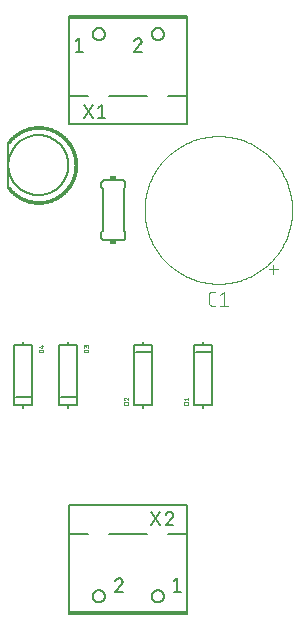
<source format=gbr>
G04 EAGLE Gerber RS-274X export*
G75*
%MOMM*%
%FSLAX34Y34*%
%LPD*%
%INSilkscreen Top*%
%IPPOS*%
%AMOC8*
5,1,8,0,0,1.08239X$1,22.5*%
G01*
%ADD10C,0.120000*%
%ADD11C,0.101600*%
%ADD12C,0.203200*%
%ADD13C,0.025400*%
%ADD14C,0.152400*%
%ADD15R,0.508000X0.381000*%
%ADD16C,0.127000*%


D10*
X166100Y355600D02*
X166119Y357134D01*
X166175Y358667D01*
X166269Y360198D01*
X166401Y361726D01*
X166570Y363251D01*
X166776Y364771D01*
X167020Y366285D01*
X167301Y367793D01*
X167619Y369294D01*
X167973Y370786D01*
X168364Y372270D01*
X168791Y373743D01*
X169254Y375205D01*
X169753Y376656D01*
X170288Y378093D01*
X170858Y379518D01*
X171462Y380928D01*
X172101Y382322D01*
X172773Y383701D01*
X173480Y385062D01*
X174220Y386406D01*
X174992Y387731D01*
X175797Y389037D01*
X176633Y390323D01*
X177501Y391588D01*
X178400Y392831D01*
X179328Y394052D01*
X180287Y395250D01*
X181274Y396423D01*
X182291Y397572D01*
X183335Y398696D01*
X184406Y399794D01*
X185504Y400865D01*
X186628Y401909D01*
X187777Y402926D01*
X188950Y403913D01*
X190148Y404872D01*
X191369Y405800D01*
X192612Y406699D01*
X193877Y407567D01*
X195163Y408403D01*
X196469Y409208D01*
X197794Y409980D01*
X199138Y410720D01*
X200499Y411427D01*
X201878Y412099D01*
X203272Y412738D01*
X204682Y413342D01*
X206107Y413912D01*
X207544Y414447D01*
X208995Y414946D01*
X210457Y415409D01*
X211930Y415836D01*
X213414Y416227D01*
X214906Y416581D01*
X216407Y416899D01*
X217915Y417180D01*
X219429Y417424D01*
X220949Y417630D01*
X222474Y417799D01*
X224002Y417931D01*
X225533Y418025D01*
X227066Y418081D01*
X228600Y418100D01*
X230134Y418081D01*
X231667Y418025D01*
X233198Y417931D01*
X234726Y417799D01*
X236251Y417630D01*
X237771Y417424D01*
X239285Y417180D01*
X240793Y416899D01*
X242294Y416581D01*
X243786Y416227D01*
X245270Y415836D01*
X246743Y415409D01*
X248205Y414946D01*
X249656Y414447D01*
X251093Y413912D01*
X252518Y413342D01*
X253928Y412738D01*
X255322Y412099D01*
X256701Y411427D01*
X258062Y410720D01*
X259406Y409980D01*
X260731Y409208D01*
X262037Y408403D01*
X263323Y407567D01*
X264588Y406699D01*
X265831Y405800D01*
X267052Y404872D01*
X268250Y403913D01*
X269423Y402926D01*
X270572Y401909D01*
X271696Y400865D01*
X272794Y399794D01*
X273865Y398696D01*
X274909Y397572D01*
X275926Y396423D01*
X276913Y395250D01*
X277872Y394052D01*
X278800Y392831D01*
X279699Y391588D01*
X280567Y390323D01*
X281403Y389037D01*
X282208Y387731D01*
X282980Y386406D01*
X283720Y385062D01*
X284427Y383701D01*
X285099Y382322D01*
X285738Y380928D01*
X286342Y379518D01*
X286912Y378093D01*
X287447Y376656D01*
X287946Y375205D01*
X288409Y373743D01*
X288836Y372270D01*
X289227Y370786D01*
X289581Y369294D01*
X289899Y367793D01*
X290180Y366285D01*
X290424Y364771D01*
X290630Y363251D01*
X290799Y361726D01*
X290931Y360198D01*
X291025Y358667D01*
X291081Y357134D01*
X291100Y355600D01*
X291081Y354066D01*
X291025Y352533D01*
X290931Y351002D01*
X290799Y349474D01*
X290630Y347949D01*
X290424Y346429D01*
X290180Y344915D01*
X289899Y343407D01*
X289581Y341906D01*
X289227Y340414D01*
X288836Y338930D01*
X288409Y337457D01*
X287946Y335995D01*
X287447Y334544D01*
X286912Y333107D01*
X286342Y331682D01*
X285738Y330272D01*
X285099Y328878D01*
X284427Y327499D01*
X283720Y326138D01*
X282980Y324794D01*
X282208Y323469D01*
X281403Y322163D01*
X280567Y320877D01*
X279699Y319612D01*
X278800Y318369D01*
X277872Y317148D01*
X276913Y315950D01*
X275926Y314777D01*
X274909Y313628D01*
X273865Y312504D01*
X272794Y311406D01*
X271696Y310335D01*
X270572Y309291D01*
X269423Y308274D01*
X268250Y307287D01*
X267052Y306328D01*
X265831Y305400D01*
X264588Y304501D01*
X263323Y303633D01*
X262037Y302797D01*
X260731Y301992D01*
X259406Y301220D01*
X258062Y300480D01*
X256701Y299773D01*
X255322Y299101D01*
X253928Y298462D01*
X252518Y297858D01*
X251093Y297288D01*
X249656Y296753D01*
X248205Y296254D01*
X246743Y295791D01*
X245270Y295364D01*
X243786Y294973D01*
X242294Y294619D01*
X240793Y294301D01*
X239285Y294020D01*
X237771Y293776D01*
X236251Y293570D01*
X234726Y293401D01*
X233198Y293269D01*
X231667Y293175D01*
X230134Y293119D01*
X228600Y293100D01*
X227066Y293119D01*
X225533Y293175D01*
X224002Y293269D01*
X222474Y293401D01*
X220949Y293570D01*
X219429Y293776D01*
X217915Y294020D01*
X216407Y294301D01*
X214906Y294619D01*
X213414Y294973D01*
X211930Y295364D01*
X210457Y295791D01*
X208995Y296254D01*
X207544Y296753D01*
X206107Y297288D01*
X204682Y297858D01*
X203272Y298462D01*
X201878Y299101D01*
X200499Y299773D01*
X199138Y300480D01*
X197794Y301220D01*
X196469Y301992D01*
X195163Y302797D01*
X193877Y303633D01*
X192612Y304501D01*
X191369Y305400D01*
X190148Y306328D01*
X188950Y307287D01*
X187777Y308274D01*
X186628Y309291D01*
X185504Y310335D01*
X184406Y311406D01*
X183335Y312504D01*
X182291Y313628D01*
X181274Y314777D01*
X180287Y315950D01*
X179328Y317148D01*
X178400Y318369D01*
X177501Y319612D01*
X176633Y320877D01*
X175797Y322163D01*
X174992Y323469D01*
X174220Y324794D01*
X173480Y326138D01*
X172773Y327499D01*
X172101Y328878D01*
X171462Y330272D01*
X170858Y331682D01*
X170288Y333107D01*
X169753Y334544D01*
X169254Y335995D01*
X168791Y337457D01*
X168364Y338930D01*
X167973Y340414D01*
X167619Y341906D01*
X167301Y343407D01*
X167020Y344915D01*
X166776Y346429D01*
X166570Y347949D01*
X166401Y349474D01*
X166269Y351002D01*
X166175Y352533D01*
X166119Y354066D01*
X166100Y355600D01*
X271264Y305435D02*
X278764Y305435D01*
X275014Y301685D02*
X275014Y309185D01*
D11*
X225768Y274558D02*
X223172Y274558D01*
X223073Y274560D01*
X222973Y274566D01*
X222874Y274575D01*
X222776Y274588D01*
X222678Y274605D01*
X222580Y274626D01*
X222484Y274651D01*
X222389Y274679D01*
X222295Y274711D01*
X222202Y274746D01*
X222110Y274785D01*
X222020Y274828D01*
X221932Y274873D01*
X221845Y274923D01*
X221761Y274975D01*
X221678Y275031D01*
X221598Y275089D01*
X221520Y275151D01*
X221445Y275216D01*
X221372Y275284D01*
X221302Y275354D01*
X221234Y275427D01*
X221169Y275502D01*
X221107Y275580D01*
X221049Y275660D01*
X220993Y275743D01*
X220941Y275827D01*
X220891Y275914D01*
X220846Y276002D01*
X220803Y276092D01*
X220764Y276184D01*
X220729Y276277D01*
X220697Y276371D01*
X220669Y276466D01*
X220644Y276562D01*
X220623Y276660D01*
X220606Y276758D01*
X220593Y276856D01*
X220584Y276955D01*
X220578Y277055D01*
X220576Y277154D01*
X220575Y277154D02*
X220575Y283646D01*
X220576Y283646D02*
X220578Y283745D01*
X220584Y283845D01*
X220593Y283944D01*
X220606Y284042D01*
X220623Y284140D01*
X220644Y284238D01*
X220669Y284334D01*
X220697Y284429D01*
X220729Y284523D01*
X220764Y284616D01*
X220803Y284708D01*
X220846Y284798D01*
X220891Y284886D01*
X220941Y284973D01*
X220993Y285057D01*
X221049Y285140D01*
X221107Y285220D01*
X221169Y285298D01*
X221234Y285373D01*
X221302Y285446D01*
X221372Y285516D01*
X221445Y285584D01*
X221520Y285649D01*
X221598Y285711D01*
X221678Y285769D01*
X221761Y285825D01*
X221845Y285877D01*
X221932Y285927D01*
X222020Y285972D01*
X222110Y286015D01*
X222202Y286054D01*
X222294Y286089D01*
X222389Y286121D01*
X222484Y286149D01*
X222580Y286174D01*
X222678Y286195D01*
X222776Y286212D01*
X222874Y286225D01*
X222973Y286234D01*
X223073Y286240D01*
X223172Y286242D01*
X225768Y286242D01*
X230134Y283646D02*
X233379Y286242D01*
X233379Y274558D01*
X230134Y274558D02*
X236625Y274558D01*
D12*
X208280Y241300D02*
X208280Y190500D01*
X208280Y241300D02*
X215900Y241300D01*
X223520Y241300D01*
X223520Y190500D01*
X215900Y190500D01*
X208280Y190500D01*
X215900Y241300D02*
X215900Y243840D01*
X215900Y190500D02*
X215900Y187960D01*
X209550Y234950D02*
X222250Y234950D01*
D13*
X203073Y190627D02*
X199263Y190627D01*
X199263Y191685D01*
X199265Y191749D01*
X199271Y191813D01*
X199280Y191876D01*
X199294Y191938D01*
X199311Y192000D01*
X199332Y192060D01*
X199356Y192119D01*
X199384Y192177D01*
X199416Y192232D01*
X199450Y192286D01*
X199488Y192337D01*
X199529Y192387D01*
X199573Y192433D01*
X199619Y192477D01*
X199669Y192518D01*
X199720Y192556D01*
X199774Y192590D01*
X199829Y192622D01*
X199887Y192650D01*
X199946Y192674D01*
X200006Y192695D01*
X200068Y192712D01*
X200130Y192726D01*
X200194Y192735D01*
X200257Y192741D01*
X200321Y192743D01*
X200321Y192744D02*
X202015Y192744D01*
X202015Y192743D02*
X202079Y192741D01*
X202143Y192735D01*
X202206Y192726D01*
X202268Y192712D01*
X202330Y192695D01*
X202390Y192674D01*
X202449Y192650D01*
X202507Y192622D01*
X202562Y192590D01*
X202616Y192556D01*
X202667Y192518D01*
X202717Y192477D01*
X202763Y192433D01*
X202807Y192387D01*
X202848Y192337D01*
X202886Y192286D01*
X202920Y192232D01*
X202952Y192177D01*
X202980Y192119D01*
X203004Y192060D01*
X203025Y192000D01*
X203042Y191938D01*
X203056Y191876D01*
X203065Y191813D01*
X203071Y191749D01*
X203073Y191685D01*
X203073Y190627D01*
X200110Y194407D02*
X199263Y195465D01*
X203073Y195465D01*
X203073Y194407D02*
X203073Y196523D01*
D12*
X157480Y190500D02*
X157480Y241300D01*
X165100Y241300D01*
X172720Y241300D01*
X172720Y190500D01*
X165100Y190500D01*
X157480Y190500D01*
X165100Y241300D02*
X165100Y243840D01*
X165100Y190500D02*
X165100Y187960D01*
X158750Y234950D02*
X171450Y234950D01*
D13*
X152273Y190627D02*
X148463Y190627D01*
X148463Y191685D01*
X148465Y191749D01*
X148471Y191813D01*
X148480Y191876D01*
X148494Y191938D01*
X148511Y192000D01*
X148532Y192060D01*
X148556Y192119D01*
X148584Y192177D01*
X148616Y192232D01*
X148650Y192286D01*
X148688Y192337D01*
X148729Y192387D01*
X148773Y192433D01*
X148819Y192477D01*
X148869Y192518D01*
X148920Y192556D01*
X148974Y192590D01*
X149029Y192622D01*
X149087Y192650D01*
X149146Y192674D01*
X149206Y192695D01*
X149268Y192712D01*
X149330Y192726D01*
X149394Y192735D01*
X149457Y192741D01*
X149521Y192743D01*
X149521Y192744D02*
X151215Y192744D01*
X151215Y192743D02*
X151279Y192741D01*
X151343Y192735D01*
X151406Y192726D01*
X151468Y192712D01*
X151530Y192695D01*
X151590Y192674D01*
X151649Y192650D01*
X151707Y192622D01*
X151762Y192590D01*
X151816Y192556D01*
X151867Y192518D01*
X151917Y192477D01*
X151963Y192433D01*
X152007Y192387D01*
X152048Y192337D01*
X152086Y192286D01*
X152120Y192232D01*
X152152Y192177D01*
X152180Y192119D01*
X152204Y192060D01*
X152225Y192000D01*
X152242Y191938D01*
X152256Y191876D01*
X152265Y191813D01*
X152271Y191749D01*
X152273Y191685D01*
X152273Y190627D01*
X148463Y195571D02*
X148465Y195631D01*
X148471Y195690D01*
X148480Y195750D01*
X148493Y195808D01*
X148510Y195865D01*
X148530Y195922D01*
X148554Y195977D01*
X148581Y196030D01*
X148611Y196082D01*
X148645Y196131D01*
X148682Y196178D01*
X148721Y196223D01*
X148764Y196266D01*
X148809Y196305D01*
X148856Y196342D01*
X148905Y196376D01*
X148957Y196406D01*
X149010Y196433D01*
X149065Y196457D01*
X149122Y196477D01*
X149179Y196494D01*
X149237Y196507D01*
X149297Y196516D01*
X149356Y196522D01*
X149416Y196524D01*
X148463Y195571D02*
X148465Y195504D01*
X148470Y195437D01*
X148479Y195371D01*
X148492Y195305D01*
X148508Y195241D01*
X148528Y195177D01*
X148552Y195114D01*
X148578Y195052D01*
X148608Y194993D01*
X148641Y194935D01*
X148678Y194878D01*
X148717Y194824D01*
X148759Y194772D01*
X148804Y194723D01*
X148852Y194676D01*
X148902Y194632D01*
X148955Y194590D01*
X149010Y194552D01*
X149066Y194516D01*
X149125Y194484D01*
X149185Y194455D01*
X149247Y194429D01*
X149310Y194407D01*
X150157Y196205D02*
X150115Y196247D01*
X150070Y196286D01*
X150024Y196323D01*
X149975Y196357D01*
X149925Y196387D01*
X149873Y196415D01*
X149819Y196440D01*
X149764Y196462D01*
X149708Y196481D01*
X149651Y196496D01*
X149593Y196508D01*
X149534Y196516D01*
X149475Y196521D01*
X149416Y196523D01*
X150156Y196206D02*
X152273Y194407D01*
X152273Y196523D01*
D12*
X109220Y190500D02*
X109220Y241300D01*
X109220Y190500D02*
X101600Y190500D01*
X93980Y190500D01*
X93980Y241300D01*
X101600Y241300D01*
X109220Y241300D01*
X101600Y190500D02*
X101600Y187960D01*
X101600Y241300D02*
X101600Y243840D01*
X107950Y196850D02*
X95250Y196850D01*
D13*
X114427Y235277D02*
X118237Y235277D01*
X114427Y235277D02*
X114427Y236335D01*
X114429Y236399D01*
X114435Y236463D01*
X114444Y236526D01*
X114458Y236588D01*
X114475Y236650D01*
X114496Y236710D01*
X114520Y236769D01*
X114548Y236827D01*
X114580Y236882D01*
X114614Y236936D01*
X114652Y236987D01*
X114693Y237037D01*
X114737Y237083D01*
X114783Y237127D01*
X114833Y237168D01*
X114884Y237206D01*
X114938Y237240D01*
X114993Y237272D01*
X115051Y237300D01*
X115110Y237324D01*
X115170Y237345D01*
X115232Y237362D01*
X115294Y237376D01*
X115358Y237385D01*
X115421Y237391D01*
X115485Y237393D01*
X115485Y237394D02*
X117179Y237394D01*
X117179Y237393D02*
X117243Y237391D01*
X117307Y237385D01*
X117370Y237376D01*
X117432Y237362D01*
X117494Y237345D01*
X117554Y237324D01*
X117613Y237300D01*
X117671Y237272D01*
X117726Y237240D01*
X117780Y237206D01*
X117831Y237168D01*
X117881Y237127D01*
X117927Y237083D01*
X117971Y237037D01*
X118012Y236987D01*
X118050Y236936D01*
X118084Y236882D01*
X118116Y236827D01*
X118144Y236769D01*
X118168Y236710D01*
X118189Y236650D01*
X118206Y236588D01*
X118220Y236526D01*
X118229Y236463D01*
X118235Y236399D01*
X118237Y236335D01*
X118237Y235277D01*
X118237Y239056D02*
X118237Y240115D01*
X118235Y240179D01*
X118229Y240243D01*
X118220Y240306D01*
X118206Y240368D01*
X118189Y240430D01*
X118168Y240490D01*
X118144Y240549D01*
X118116Y240607D01*
X118084Y240662D01*
X118050Y240716D01*
X118012Y240767D01*
X117971Y240817D01*
X117927Y240863D01*
X117881Y240907D01*
X117831Y240948D01*
X117780Y240986D01*
X117726Y241020D01*
X117671Y241052D01*
X117613Y241080D01*
X117554Y241104D01*
X117494Y241125D01*
X117432Y241142D01*
X117370Y241156D01*
X117307Y241165D01*
X117243Y241171D01*
X117179Y241173D01*
X117115Y241171D01*
X117051Y241165D01*
X116988Y241156D01*
X116926Y241142D01*
X116864Y241125D01*
X116804Y241104D01*
X116745Y241080D01*
X116687Y241052D01*
X116632Y241020D01*
X116578Y240986D01*
X116527Y240948D01*
X116477Y240907D01*
X116431Y240863D01*
X116387Y240817D01*
X116346Y240767D01*
X116308Y240716D01*
X116274Y240662D01*
X116242Y240607D01*
X116214Y240549D01*
X116190Y240490D01*
X116169Y240430D01*
X116152Y240368D01*
X116138Y240306D01*
X116129Y240243D01*
X116123Y240179D01*
X116121Y240115D01*
X114427Y240326D02*
X114427Y239056D01*
X114427Y240326D02*
X114429Y240383D01*
X114435Y240439D01*
X114444Y240495D01*
X114457Y240550D01*
X114474Y240604D01*
X114494Y240657D01*
X114518Y240708D01*
X114545Y240758D01*
X114576Y240805D01*
X114609Y240851D01*
X114646Y240894D01*
X114685Y240935D01*
X114727Y240973D01*
X114772Y241008D01*
X114818Y241040D01*
X114867Y241069D01*
X114917Y241094D01*
X114970Y241116D01*
X115023Y241135D01*
X115078Y241150D01*
X115133Y241161D01*
X115189Y241169D01*
X115246Y241173D01*
X115302Y241173D01*
X115359Y241169D01*
X115415Y241161D01*
X115470Y241150D01*
X115525Y241135D01*
X115578Y241116D01*
X115631Y241094D01*
X115681Y241069D01*
X115730Y241040D01*
X115776Y241008D01*
X115821Y240973D01*
X115863Y240935D01*
X115902Y240894D01*
X115939Y240851D01*
X115972Y240805D01*
X116003Y240758D01*
X116030Y240708D01*
X116054Y240657D01*
X116074Y240604D01*
X116091Y240550D01*
X116104Y240495D01*
X116113Y240439D01*
X116119Y240383D01*
X116121Y240326D01*
X116120Y240326D02*
X116120Y239480D01*
D12*
X71120Y241300D02*
X71120Y190500D01*
X63500Y190500D01*
X55880Y190500D01*
X55880Y241300D01*
X63500Y241300D01*
X71120Y241300D01*
X63500Y190500D02*
X63500Y187960D01*
X63500Y241300D02*
X63500Y243840D01*
X69850Y196850D02*
X57150Y196850D01*
D13*
X76327Y235277D02*
X80137Y235277D01*
X76327Y235277D02*
X76327Y236335D01*
X76329Y236399D01*
X76335Y236463D01*
X76344Y236526D01*
X76358Y236588D01*
X76375Y236650D01*
X76396Y236710D01*
X76420Y236769D01*
X76448Y236827D01*
X76480Y236882D01*
X76514Y236936D01*
X76552Y236987D01*
X76593Y237037D01*
X76637Y237083D01*
X76683Y237127D01*
X76733Y237168D01*
X76784Y237206D01*
X76838Y237240D01*
X76893Y237272D01*
X76951Y237300D01*
X77010Y237324D01*
X77070Y237345D01*
X77132Y237362D01*
X77194Y237376D01*
X77258Y237385D01*
X77321Y237391D01*
X77385Y237393D01*
X77385Y237394D02*
X79079Y237394D01*
X79079Y237393D02*
X79143Y237391D01*
X79207Y237385D01*
X79270Y237376D01*
X79332Y237362D01*
X79394Y237345D01*
X79454Y237324D01*
X79513Y237300D01*
X79571Y237272D01*
X79626Y237240D01*
X79680Y237206D01*
X79731Y237168D01*
X79781Y237127D01*
X79827Y237083D01*
X79871Y237037D01*
X79912Y236987D01*
X79950Y236936D01*
X79984Y236882D01*
X80016Y236827D01*
X80044Y236769D01*
X80068Y236710D01*
X80089Y236650D01*
X80106Y236588D01*
X80120Y236526D01*
X80129Y236463D01*
X80135Y236399D01*
X80137Y236335D01*
X80137Y235277D01*
X79290Y239056D02*
X76327Y239903D01*
X79290Y239056D02*
X79290Y241173D01*
X78444Y240538D02*
X80137Y240538D01*
D12*
X50800Y374650D02*
X50800Y412750D01*
D13*
X49962Y373863D02*
X51791Y375235D01*
X51791Y375234D02*
X52250Y374643D01*
X52723Y374063D01*
X53210Y373495D01*
X53711Y372939D01*
X54225Y372396D01*
X54752Y371865D01*
X55292Y371347D01*
X55845Y370842D01*
X56410Y370352D01*
X56987Y369875D01*
X57575Y369412D01*
X58174Y368964D01*
X58785Y368531D01*
X59405Y368112D01*
X60036Y367710D01*
X60676Y367322D01*
X61325Y366950D01*
X61984Y366595D01*
X62651Y366255D01*
X63326Y365932D01*
X64009Y365626D01*
X64699Y365336D01*
X65395Y365063D01*
X66099Y364808D01*
X66808Y364570D01*
X67523Y364349D01*
X68243Y364145D01*
X68968Y363960D01*
X69697Y363792D01*
X70431Y363642D01*
X71167Y363510D01*
X71907Y363396D01*
X72649Y363300D01*
X73393Y363222D01*
X74139Y363162D01*
X74886Y363121D01*
X75634Y363098D01*
X76383Y363094D01*
X77131Y363107D01*
X77879Y363139D01*
X78625Y363189D01*
X79370Y363258D01*
X80114Y363344D01*
X80855Y363449D01*
X81593Y363572D01*
X82328Y363713D01*
X83059Y363871D01*
X83786Y364048D01*
X84509Y364242D01*
X85227Y364454D01*
X85939Y364684D01*
X86645Y364931D01*
X87346Y365195D01*
X88039Y365476D01*
X88726Y365773D01*
X89405Y366088D01*
X90076Y366419D01*
X90739Y366766D01*
X91393Y367130D01*
X92038Y367509D01*
X92673Y367904D01*
X93299Y368315D01*
X93915Y368740D01*
X94520Y369181D01*
X95114Y369636D01*
X95696Y370106D01*
X96267Y370590D01*
X96826Y371087D01*
X97373Y371598D01*
X97907Y372122D01*
X98428Y372659D01*
X98936Y373209D01*
X99430Y373771D01*
X99910Y374345D01*
X100376Y374930D01*
X100828Y375527D01*
X101265Y376135D01*
X101687Y376753D01*
X102094Y377381D01*
X102485Y378019D01*
X102860Y378666D01*
X103220Y379322D01*
X103563Y379987D01*
X103890Y380660D01*
X104201Y381341D01*
X104495Y382029D01*
X104771Y382725D01*
X105031Y383426D01*
X105274Y384134D01*
X105499Y384848D01*
X105707Y385567D01*
X105897Y386291D01*
X106069Y387019D01*
X106223Y387751D01*
X106360Y388487D01*
X106478Y389226D01*
X106579Y389968D01*
X106661Y390711D01*
X106725Y391457D01*
X106770Y392204D01*
X106798Y392952D01*
X106807Y393700D01*
X106798Y394448D01*
X106770Y395196D01*
X106725Y395943D01*
X106661Y396689D01*
X106579Y397432D01*
X106478Y398174D01*
X106360Y398913D01*
X106223Y399649D01*
X106069Y400381D01*
X105897Y401109D01*
X105707Y401833D01*
X105499Y402552D01*
X105274Y403266D01*
X105031Y403974D01*
X104771Y404675D01*
X104495Y405371D01*
X104201Y406059D01*
X103890Y406740D01*
X103563Y407413D01*
X103220Y408078D01*
X102860Y408734D01*
X102485Y409381D01*
X102094Y410019D01*
X101687Y410647D01*
X101265Y411265D01*
X100828Y411873D01*
X100376Y412470D01*
X99910Y413055D01*
X99430Y413629D01*
X98936Y414191D01*
X98428Y414741D01*
X97907Y415278D01*
X97373Y415802D01*
X96826Y416313D01*
X96267Y416810D01*
X95696Y417294D01*
X95114Y417764D01*
X94520Y418219D01*
X93915Y418660D01*
X93299Y419085D01*
X92673Y419496D01*
X92038Y419891D01*
X91393Y420270D01*
X90739Y420634D01*
X90076Y420981D01*
X89405Y421312D01*
X88726Y421627D01*
X88039Y421924D01*
X87346Y422205D01*
X86645Y422469D01*
X85939Y422716D01*
X85227Y422946D01*
X84509Y423158D01*
X83786Y423352D01*
X83059Y423529D01*
X82328Y423687D01*
X81593Y423828D01*
X80855Y423951D01*
X80114Y424056D01*
X79370Y424142D01*
X78625Y424211D01*
X77879Y424261D01*
X77131Y424293D01*
X76383Y424306D01*
X75634Y424302D01*
X74886Y424279D01*
X74139Y424238D01*
X73393Y424178D01*
X72649Y424100D01*
X71907Y424004D01*
X71167Y423890D01*
X70431Y423758D01*
X69697Y423608D01*
X68968Y423440D01*
X68243Y423255D01*
X67523Y423051D01*
X66808Y422830D01*
X66099Y422592D01*
X65395Y422337D01*
X64699Y422064D01*
X64009Y421774D01*
X63326Y421468D01*
X62651Y421145D01*
X61984Y420805D01*
X61325Y420450D01*
X60676Y420078D01*
X60036Y419690D01*
X59405Y419288D01*
X58785Y418869D01*
X58174Y418436D01*
X57575Y417988D01*
X56987Y417525D01*
X56410Y417048D01*
X55845Y416558D01*
X55292Y416053D01*
X54752Y415535D01*
X54225Y415004D01*
X53711Y414461D01*
X53210Y413905D01*
X52723Y413337D01*
X52250Y412757D01*
X51791Y412166D01*
X49962Y413537D01*
X50455Y414173D01*
X50963Y414796D01*
X51487Y415407D01*
X52025Y416005D01*
X52577Y416589D01*
X53144Y417160D01*
X53724Y417717D01*
X54318Y418259D01*
X54925Y418787D01*
X55545Y419299D01*
X56177Y419797D01*
X56821Y420279D01*
X57477Y420744D01*
X58144Y421194D01*
X58822Y421627D01*
X59510Y422044D01*
X60208Y422444D01*
X60915Y422826D01*
X61632Y423191D01*
X62357Y423538D01*
X63091Y423868D01*
X63833Y424179D01*
X64582Y424473D01*
X65337Y424748D01*
X66100Y425004D01*
X66868Y425242D01*
X67642Y425460D01*
X68421Y425660D01*
X69205Y425841D01*
X69993Y426002D01*
X70785Y426144D01*
X71580Y426267D01*
X72377Y426370D01*
X73177Y426454D01*
X73979Y426518D01*
X74782Y426562D01*
X75586Y426587D01*
X76390Y426592D01*
X77195Y426578D01*
X77998Y426544D01*
X78801Y426490D01*
X79602Y426417D01*
X80401Y426324D01*
X81197Y426211D01*
X81990Y426079D01*
X82780Y425928D01*
X83566Y425758D01*
X84348Y425568D01*
X85125Y425359D01*
X85896Y425131D01*
X86662Y424885D01*
X87421Y424620D01*
X88174Y424336D01*
X88919Y424034D01*
X89657Y423714D01*
X90387Y423376D01*
X91109Y423020D01*
X91821Y422647D01*
X92524Y422256D01*
X93217Y421849D01*
X93901Y421424D01*
X94573Y420983D01*
X95235Y420526D01*
X95885Y420052D01*
X96523Y419563D01*
X97150Y419059D01*
X97764Y418539D01*
X98364Y418004D01*
X98952Y417455D01*
X99526Y416891D01*
X100086Y416314D01*
X100632Y415723D01*
X101163Y415119D01*
X101679Y414503D01*
X102180Y413873D01*
X102666Y413232D01*
X103136Y412579D01*
X103589Y411915D01*
X104026Y411240D01*
X104447Y410554D01*
X104851Y409859D01*
X105237Y409153D01*
X105606Y408439D01*
X105958Y407715D01*
X106292Y406983D01*
X106607Y406244D01*
X106905Y405496D01*
X107184Y404742D01*
X107445Y403981D01*
X107687Y403214D01*
X107910Y402441D01*
X108114Y401663D01*
X108300Y400881D01*
X108466Y400094D01*
X108612Y399303D01*
X108740Y398509D01*
X108847Y397712D01*
X108936Y396912D01*
X109005Y396111D01*
X109054Y395308D01*
X109083Y394504D01*
X109093Y393700D01*
X109083Y392896D01*
X109054Y392092D01*
X109005Y391289D01*
X108936Y390488D01*
X108847Y389688D01*
X108740Y388891D01*
X108612Y388097D01*
X108466Y387306D01*
X108300Y386519D01*
X108114Y385737D01*
X107910Y384959D01*
X107687Y384186D01*
X107445Y383419D01*
X107184Y382658D01*
X106905Y381904D01*
X106607Y381156D01*
X106292Y380417D01*
X105958Y379685D01*
X105606Y378961D01*
X105237Y378247D01*
X104851Y377541D01*
X104447Y376846D01*
X104026Y376160D01*
X103589Y375485D01*
X103136Y374821D01*
X102666Y374168D01*
X102180Y373527D01*
X101679Y372897D01*
X101163Y372281D01*
X100632Y371677D01*
X100086Y371086D01*
X99526Y370509D01*
X98952Y369945D01*
X98364Y369396D01*
X97764Y368861D01*
X97150Y368341D01*
X96523Y367837D01*
X95885Y367348D01*
X95235Y366874D01*
X94573Y366417D01*
X93901Y365976D01*
X93217Y365551D01*
X92524Y365144D01*
X91821Y364753D01*
X91109Y364380D01*
X90387Y364024D01*
X89657Y363686D01*
X88919Y363366D01*
X88174Y363064D01*
X87421Y362780D01*
X86662Y362515D01*
X85896Y362269D01*
X85125Y362041D01*
X84348Y361832D01*
X83566Y361642D01*
X82780Y361472D01*
X81990Y361321D01*
X81197Y361189D01*
X80401Y361076D01*
X79602Y360983D01*
X78801Y360910D01*
X77998Y360856D01*
X77195Y360822D01*
X76390Y360808D01*
X75586Y360813D01*
X74782Y360838D01*
X73979Y360882D01*
X73177Y360946D01*
X72377Y361030D01*
X71580Y361133D01*
X70785Y361256D01*
X69993Y361398D01*
X69205Y361559D01*
X68421Y361740D01*
X67642Y361940D01*
X66868Y362158D01*
X66100Y362396D01*
X65337Y362652D01*
X64582Y362927D01*
X63833Y363221D01*
X63091Y363532D01*
X62357Y363862D01*
X61632Y364209D01*
X60915Y364574D01*
X60208Y364956D01*
X59510Y365356D01*
X58822Y365773D01*
X58144Y366206D01*
X57477Y366656D01*
X56821Y367121D01*
X56177Y367603D01*
X55545Y368101D01*
X54925Y368613D01*
X54318Y369141D01*
X53724Y369683D01*
X53144Y370240D01*
X52577Y370811D01*
X52025Y371395D01*
X51487Y371993D01*
X50963Y372604D01*
X50455Y373227D01*
X49962Y373863D01*
X50154Y374007D01*
X50643Y373376D01*
X51148Y372757D01*
X51667Y372151D01*
X52202Y371557D01*
X52750Y370977D01*
X53313Y370411D01*
X53889Y369858D01*
X54479Y369320D01*
X55081Y368796D01*
X55697Y368287D01*
X56324Y367793D01*
X56963Y367315D01*
X57614Y366852D01*
X58276Y366406D01*
X58949Y365976D01*
X59632Y365562D01*
X60325Y365166D01*
X61027Y364786D01*
X61739Y364424D01*
X62459Y364079D01*
X63187Y363752D01*
X63924Y363443D01*
X64667Y363152D01*
X65417Y362879D01*
X66174Y362624D01*
X66937Y362388D01*
X67705Y362171D01*
X68479Y361973D01*
X69257Y361794D01*
X70039Y361633D01*
X70825Y361492D01*
X71614Y361371D01*
X72406Y361268D01*
X73200Y361185D01*
X73996Y361121D01*
X74793Y361077D01*
X75591Y361053D01*
X76390Y361048D01*
X77188Y361062D01*
X77986Y361096D01*
X78782Y361149D01*
X79577Y361222D01*
X80370Y361314D01*
X81161Y361426D01*
X81949Y361557D01*
X82733Y361707D01*
X83513Y361876D01*
X84289Y362065D01*
X85060Y362272D01*
X85826Y362498D01*
X86586Y362743D01*
X87340Y363006D01*
X88087Y363288D01*
X88827Y363587D01*
X89560Y363905D01*
X90284Y364241D01*
X91000Y364594D01*
X91707Y364964D01*
X92405Y365352D01*
X93094Y365757D01*
X93772Y366178D01*
X94439Y366616D01*
X95096Y367070D01*
X95742Y367540D01*
X96375Y368026D01*
X96997Y368527D01*
X97606Y369043D01*
X98203Y369573D01*
X98786Y370119D01*
X99356Y370678D01*
X99912Y371251D01*
X100454Y371838D01*
X100981Y372437D01*
X101494Y373049D01*
X101991Y373674D01*
X102473Y374311D01*
X102939Y374959D01*
X103389Y375618D01*
X103823Y376288D01*
X104241Y376969D01*
X104642Y377660D01*
X105025Y378360D01*
X105392Y379069D01*
X105741Y379787D01*
X106072Y380514D01*
X106386Y381248D01*
X106681Y381990D01*
X106958Y382739D01*
X107217Y383494D01*
X107457Y384255D01*
X107679Y385022D01*
X107882Y385795D01*
X108065Y386572D01*
X108230Y387353D01*
X108376Y388138D01*
X108502Y388926D01*
X108609Y389718D01*
X108697Y390511D01*
X108765Y391307D01*
X108814Y392104D01*
X108843Y392902D01*
X108853Y393700D01*
X108843Y394498D01*
X108814Y395296D01*
X108765Y396093D01*
X108697Y396889D01*
X108609Y397682D01*
X108502Y398474D01*
X108376Y399262D01*
X108230Y400047D01*
X108065Y400828D01*
X107882Y401605D01*
X107679Y402378D01*
X107457Y403145D01*
X107217Y403906D01*
X106958Y404661D01*
X106681Y405410D01*
X106386Y406152D01*
X106072Y406886D01*
X105741Y407613D01*
X105392Y408331D01*
X105025Y409040D01*
X104642Y409740D01*
X104241Y410431D01*
X103823Y411112D01*
X103389Y411782D01*
X102939Y412441D01*
X102473Y413089D01*
X101991Y413726D01*
X101494Y414351D01*
X100981Y414963D01*
X100454Y415562D01*
X99912Y416149D01*
X99356Y416722D01*
X98786Y417281D01*
X98203Y417827D01*
X97606Y418357D01*
X96997Y418873D01*
X96375Y419374D01*
X95742Y419860D01*
X95096Y420330D01*
X94439Y420784D01*
X93772Y421222D01*
X93094Y421643D01*
X92405Y422048D01*
X91707Y422436D01*
X91000Y422806D01*
X90284Y423159D01*
X89560Y423495D01*
X88827Y423813D01*
X88087Y424112D01*
X87340Y424394D01*
X86586Y424657D01*
X85826Y424902D01*
X85060Y425128D01*
X84289Y425335D01*
X83513Y425524D01*
X82733Y425693D01*
X81949Y425843D01*
X81161Y425974D01*
X80370Y426086D01*
X79577Y426178D01*
X78782Y426251D01*
X77986Y426304D01*
X77188Y426338D01*
X76390Y426352D01*
X75591Y426347D01*
X74793Y426323D01*
X73996Y426279D01*
X73200Y426215D01*
X72406Y426132D01*
X71614Y426029D01*
X70825Y425908D01*
X70039Y425767D01*
X69257Y425606D01*
X68479Y425427D01*
X67705Y425229D01*
X66937Y425012D01*
X66174Y424776D01*
X65417Y424521D01*
X64667Y424248D01*
X63924Y423957D01*
X63187Y423648D01*
X62459Y423321D01*
X61739Y422976D01*
X61027Y422614D01*
X60325Y422234D01*
X59632Y421838D01*
X58949Y421424D01*
X58276Y420994D01*
X57614Y420548D01*
X56963Y420085D01*
X56324Y419607D01*
X55697Y419113D01*
X55081Y418604D01*
X54479Y418080D01*
X53889Y417542D01*
X53313Y416989D01*
X52750Y416423D01*
X52202Y415843D01*
X51667Y415249D01*
X51148Y414643D01*
X50643Y414024D01*
X50154Y413393D01*
X50346Y413249D01*
X50832Y413876D01*
X51333Y414490D01*
X51848Y415092D01*
X52379Y415681D01*
X52923Y416256D01*
X53482Y416819D01*
X54054Y417367D01*
X54639Y417902D01*
X55237Y418422D01*
X55848Y418927D01*
X56471Y419417D01*
X57105Y419892D01*
X57752Y420351D01*
X58409Y420794D01*
X59076Y421221D01*
X59755Y421631D01*
X60442Y422025D01*
X61140Y422402D01*
X61846Y422761D01*
X62561Y423104D01*
X63284Y423428D01*
X64014Y423735D01*
X64752Y424024D01*
X65497Y424295D01*
X66249Y424548D01*
X67006Y424782D01*
X67768Y424997D01*
X68536Y425194D01*
X69309Y425372D01*
X70085Y425531D01*
X70865Y425671D01*
X71648Y425792D01*
X72434Y425894D01*
X73223Y425976D01*
X74013Y426039D01*
X74804Y426083D01*
X75596Y426107D01*
X76389Y426112D01*
X77181Y426098D01*
X77973Y426064D01*
X78764Y426011D01*
X79553Y425939D01*
X80340Y425847D01*
X81125Y425737D01*
X81907Y425607D01*
X82685Y425458D01*
X83460Y425289D01*
X84230Y425103D01*
X84996Y424897D01*
X85756Y424672D01*
X86510Y424430D01*
X87258Y424168D01*
X88000Y423889D01*
X88735Y423591D01*
X89462Y423276D01*
X90181Y422943D01*
X90892Y422592D01*
X91594Y422224D01*
X92287Y421839D01*
X92970Y421438D01*
X93643Y421019D01*
X94306Y420585D01*
X94958Y420134D01*
X95598Y419667D01*
X96227Y419185D01*
X96845Y418688D01*
X97449Y418176D01*
X98041Y417649D01*
X98620Y417108D01*
X99186Y416553D01*
X99738Y415984D01*
X100276Y415402D01*
X100799Y414806D01*
X101308Y414199D01*
X101802Y413579D01*
X102280Y412947D01*
X102743Y412303D01*
X103190Y411649D01*
X103620Y410984D01*
X104035Y410308D01*
X104433Y409622D01*
X104813Y408927D01*
X105177Y408223D01*
X105524Y407510D01*
X105853Y406789D01*
X106164Y406060D01*
X106457Y405324D01*
X106732Y404581D01*
X106989Y403831D01*
X107228Y403075D01*
X107448Y402314D01*
X107649Y401547D01*
X107831Y400776D01*
X107995Y400000D01*
X108139Y399221D01*
X108265Y398438D01*
X108371Y397653D01*
X108458Y396865D01*
X108526Y396076D01*
X108574Y395285D01*
X108603Y394493D01*
X108613Y393700D01*
X108603Y392907D01*
X108574Y392115D01*
X108526Y391324D01*
X108458Y390535D01*
X108371Y389747D01*
X108265Y388962D01*
X108139Y388179D01*
X107995Y387400D01*
X107831Y386624D01*
X107649Y385853D01*
X107448Y385086D01*
X107228Y384325D01*
X106989Y383569D01*
X106732Y382819D01*
X106457Y382076D01*
X106164Y381340D01*
X105853Y380611D01*
X105524Y379890D01*
X105177Y379177D01*
X104813Y378473D01*
X104433Y377778D01*
X104035Y377092D01*
X103620Y376416D01*
X103190Y375751D01*
X102743Y375097D01*
X102280Y374453D01*
X101802Y373821D01*
X101308Y373201D01*
X100799Y372594D01*
X100276Y371998D01*
X99738Y371416D01*
X99186Y370847D01*
X98620Y370292D01*
X98041Y369751D01*
X97449Y369224D01*
X96845Y368712D01*
X96227Y368215D01*
X95598Y367733D01*
X94958Y367266D01*
X94306Y366815D01*
X93643Y366381D01*
X92970Y365962D01*
X92287Y365561D01*
X91594Y365176D01*
X90892Y364808D01*
X90181Y364457D01*
X89462Y364124D01*
X88735Y363809D01*
X88000Y363511D01*
X87258Y363232D01*
X86510Y362970D01*
X85756Y362728D01*
X84996Y362503D01*
X84230Y362297D01*
X83460Y362111D01*
X82685Y361942D01*
X81907Y361793D01*
X81125Y361663D01*
X80340Y361553D01*
X79553Y361461D01*
X78764Y361389D01*
X77973Y361336D01*
X77181Y361302D01*
X76389Y361288D01*
X75596Y361293D01*
X74804Y361317D01*
X74013Y361361D01*
X73223Y361424D01*
X72434Y361506D01*
X71648Y361608D01*
X70865Y361729D01*
X70085Y361869D01*
X69309Y362028D01*
X68536Y362206D01*
X67768Y362403D01*
X67006Y362618D01*
X66249Y362852D01*
X65497Y363105D01*
X64752Y363376D01*
X64014Y363665D01*
X63284Y363972D01*
X62561Y364296D01*
X61846Y364639D01*
X61140Y364998D01*
X60442Y365375D01*
X59755Y365769D01*
X59076Y366179D01*
X58409Y366606D01*
X57752Y367049D01*
X57105Y367508D01*
X56471Y367983D01*
X55848Y368473D01*
X55237Y368978D01*
X54639Y369498D01*
X54054Y370033D01*
X53482Y370581D01*
X52923Y371144D01*
X52379Y371719D01*
X51848Y372308D01*
X51333Y372910D01*
X50832Y373524D01*
X50346Y374151D01*
X50538Y374295D01*
X51020Y373673D01*
X51517Y373063D01*
X52029Y372466D01*
X52556Y371882D01*
X53096Y371310D01*
X53651Y370752D01*
X54218Y370207D01*
X54799Y369677D01*
X55393Y369161D01*
X55999Y368659D01*
X56618Y368173D01*
X57248Y367702D01*
X57889Y367246D01*
X58541Y366806D01*
X59204Y366383D01*
X59877Y365975D01*
X60560Y365584D01*
X61252Y365210D01*
X61953Y364854D01*
X62662Y364514D01*
X63380Y364192D01*
X64105Y363887D01*
X64838Y363600D01*
X65577Y363331D01*
X66323Y363081D01*
X67075Y362848D01*
X67832Y362634D01*
X68594Y362439D01*
X69360Y362262D01*
X70131Y362105D01*
X70905Y361966D01*
X71683Y361846D01*
X72463Y361745D01*
X73245Y361663D01*
X74030Y361600D01*
X74815Y361557D01*
X75601Y361533D01*
X76388Y361528D01*
X77175Y361542D01*
X77961Y361575D01*
X78745Y361628D01*
X79529Y361700D01*
X80310Y361791D01*
X81089Y361901D01*
X81865Y362030D01*
X82638Y362178D01*
X83407Y362345D01*
X84171Y362530D01*
X84931Y362734D01*
X85685Y362957D01*
X86434Y363198D01*
X87177Y363457D01*
X87913Y363735D01*
X88642Y364030D01*
X89364Y364343D01*
X90078Y364674D01*
X90783Y365022D01*
X91480Y365387D01*
X92168Y365769D01*
X92846Y366168D01*
X93514Y366583D01*
X94172Y367015D01*
X94819Y367462D01*
X95455Y367925D01*
X96079Y368404D01*
X96692Y368897D01*
X97292Y369406D01*
X97880Y369929D01*
X98455Y370466D01*
X99016Y371017D01*
X99564Y371581D01*
X100098Y372159D01*
X100617Y372750D01*
X101122Y373353D01*
X101612Y373969D01*
X102087Y374596D01*
X102546Y375235D01*
X102990Y375884D01*
X103418Y376545D01*
X103829Y377215D01*
X104224Y377896D01*
X104602Y378586D01*
X104963Y379285D01*
X105307Y379992D01*
X105633Y380708D01*
X105942Y381431D01*
X106233Y382162D01*
X106506Y382900D01*
X106761Y383644D01*
X106998Y384394D01*
X107216Y385150D01*
X107416Y385911D01*
X107597Y386677D01*
X107759Y387446D01*
X107903Y388220D01*
X108027Y388997D01*
X108133Y389776D01*
X108219Y390558D01*
X108286Y391342D01*
X108335Y392127D01*
X108363Y392913D01*
X108373Y393700D01*
X108363Y394487D01*
X108335Y395273D01*
X108286Y396058D01*
X108219Y396842D01*
X108133Y397624D01*
X108027Y398403D01*
X107903Y399180D01*
X107759Y399954D01*
X107597Y400723D01*
X107416Y401489D01*
X107216Y402250D01*
X106998Y403006D01*
X106761Y403756D01*
X106506Y404500D01*
X106233Y405238D01*
X105942Y405969D01*
X105633Y406692D01*
X105307Y407408D01*
X104963Y408115D01*
X104602Y408814D01*
X104224Y409504D01*
X103829Y410185D01*
X103418Y410855D01*
X102990Y411516D01*
X102546Y412165D01*
X102087Y412804D01*
X101612Y413431D01*
X101122Y414047D01*
X100617Y414650D01*
X100098Y415241D01*
X99564Y415819D01*
X99016Y416383D01*
X98455Y416934D01*
X97880Y417471D01*
X97292Y417994D01*
X96692Y418503D01*
X96079Y418996D01*
X95455Y419475D01*
X94819Y419938D01*
X94172Y420385D01*
X93514Y420817D01*
X92846Y421232D01*
X92168Y421631D01*
X91480Y422013D01*
X90783Y422378D01*
X90078Y422726D01*
X89364Y423057D01*
X88642Y423370D01*
X87913Y423665D01*
X87177Y423943D01*
X86434Y424202D01*
X85685Y424443D01*
X84931Y424666D01*
X84171Y424870D01*
X83407Y425055D01*
X82638Y425222D01*
X81865Y425370D01*
X81089Y425499D01*
X80310Y425609D01*
X79529Y425700D01*
X78745Y425772D01*
X77961Y425825D01*
X77175Y425858D01*
X76388Y425872D01*
X75601Y425867D01*
X74815Y425843D01*
X74030Y425800D01*
X73245Y425737D01*
X72463Y425655D01*
X71683Y425554D01*
X70905Y425434D01*
X70131Y425295D01*
X69360Y425138D01*
X68594Y424961D01*
X67832Y424766D01*
X67075Y424552D01*
X66323Y424319D01*
X65577Y424069D01*
X64838Y423800D01*
X64105Y423513D01*
X63380Y423208D01*
X62662Y422886D01*
X61953Y422546D01*
X61252Y422190D01*
X60560Y421816D01*
X59877Y421425D01*
X59204Y421017D01*
X58541Y420594D01*
X57889Y420154D01*
X57248Y419698D01*
X56618Y419227D01*
X55999Y418741D01*
X55393Y418239D01*
X54799Y417723D01*
X54218Y417193D01*
X53651Y416648D01*
X53096Y416090D01*
X52556Y415518D01*
X52029Y414934D01*
X51517Y414337D01*
X51020Y413727D01*
X50538Y413105D01*
X50730Y412961D01*
X51209Y413578D01*
X51702Y414183D01*
X52210Y414776D01*
X52733Y415356D01*
X53269Y415924D01*
X53819Y416478D01*
X54383Y417018D01*
X54960Y417545D01*
X55549Y418057D01*
X56151Y418554D01*
X56764Y419037D01*
X57390Y419505D01*
X58026Y419957D01*
X58674Y420393D01*
X59331Y420814D01*
X59999Y421218D01*
X60677Y421606D01*
X61364Y421977D01*
X62060Y422332D01*
X62764Y422669D01*
X63476Y422989D01*
X64196Y423291D01*
X64923Y423576D01*
X65657Y423842D01*
X66397Y424091D01*
X67143Y424322D01*
X67895Y424534D01*
X68651Y424728D01*
X69412Y424903D01*
X70177Y425060D01*
X70945Y425198D01*
X71717Y425317D01*
X72491Y425417D01*
X73268Y425498D01*
X74046Y425560D01*
X74826Y425603D01*
X75606Y425627D01*
X76387Y425632D01*
X77168Y425618D01*
X77948Y425585D01*
X78727Y425533D01*
X79505Y425462D01*
X80280Y425371D01*
X81053Y425262D01*
X81824Y425134D01*
X82590Y424987D01*
X83353Y424821D01*
X84112Y424637D01*
X84866Y424435D01*
X85615Y424213D01*
X86358Y423974D01*
X87095Y423717D01*
X87826Y423441D01*
X88550Y423148D01*
X89266Y422837D01*
X89975Y422509D01*
X90675Y422164D01*
X91366Y421801D01*
X92049Y421422D01*
X92722Y421026D01*
X93385Y420614D01*
X94038Y420186D01*
X94680Y419742D01*
X95312Y419282D01*
X95931Y418808D01*
X96539Y418318D01*
X97135Y417813D01*
X97718Y417294D01*
X98289Y416761D01*
X98846Y416214D01*
X99390Y415653D01*
X99920Y415080D01*
X100435Y414493D01*
X100936Y413895D01*
X101423Y413284D01*
X101894Y412661D01*
X102350Y412027D01*
X102790Y411383D01*
X103215Y410727D01*
X103623Y410062D01*
X104015Y409386D01*
X104390Y408701D01*
X104748Y408008D01*
X105090Y407306D01*
X105414Y406595D01*
X105720Y405877D01*
X106009Y405152D01*
X106280Y404419D01*
X106533Y403681D01*
X106768Y402936D01*
X106985Y402186D01*
X107183Y401431D01*
X107363Y400671D01*
X107524Y399907D01*
X107666Y399139D01*
X107790Y398368D01*
X107895Y397594D01*
X107980Y396818D01*
X108047Y396040D01*
X108095Y395261D01*
X108123Y394481D01*
X108133Y393700D01*
X108123Y392919D01*
X108095Y392139D01*
X108047Y391360D01*
X107980Y390582D01*
X107895Y389806D01*
X107790Y389032D01*
X107666Y388261D01*
X107524Y387493D01*
X107363Y386729D01*
X107183Y385969D01*
X106985Y385214D01*
X106768Y384464D01*
X106533Y383719D01*
X106280Y382981D01*
X106009Y382248D01*
X105720Y381523D01*
X105414Y380805D01*
X105090Y380094D01*
X104748Y379392D01*
X104390Y378699D01*
X104015Y378014D01*
X103623Y377338D01*
X103215Y376673D01*
X102790Y376017D01*
X102350Y375373D01*
X101894Y374739D01*
X101423Y374116D01*
X100936Y373505D01*
X100435Y372907D01*
X99920Y372320D01*
X99390Y371747D01*
X98846Y371186D01*
X98289Y370639D01*
X97718Y370106D01*
X97135Y369587D01*
X96539Y369082D01*
X95931Y368592D01*
X95312Y368118D01*
X94680Y367658D01*
X94038Y367214D01*
X93385Y366786D01*
X92722Y366374D01*
X92049Y365978D01*
X91366Y365599D01*
X90675Y365236D01*
X89975Y364891D01*
X89266Y364563D01*
X88550Y364252D01*
X87826Y363959D01*
X87095Y363683D01*
X86358Y363426D01*
X85615Y363187D01*
X84866Y362965D01*
X84112Y362763D01*
X83353Y362579D01*
X82590Y362413D01*
X81824Y362266D01*
X81053Y362138D01*
X80280Y362029D01*
X79505Y361938D01*
X78727Y361867D01*
X77948Y361815D01*
X77168Y361782D01*
X76387Y361768D01*
X75606Y361773D01*
X74826Y361797D01*
X74046Y361840D01*
X73268Y361902D01*
X72491Y361983D01*
X71717Y362083D01*
X70945Y362202D01*
X70177Y362340D01*
X69412Y362497D01*
X68651Y362672D01*
X67895Y362866D01*
X67143Y363078D01*
X66397Y363309D01*
X65657Y363558D01*
X64923Y363824D01*
X64196Y364109D01*
X63476Y364411D01*
X62764Y364731D01*
X62060Y365068D01*
X61364Y365423D01*
X60677Y365794D01*
X59999Y366182D01*
X59331Y366586D01*
X58674Y367007D01*
X58026Y367443D01*
X57390Y367895D01*
X56764Y368363D01*
X56151Y368846D01*
X55549Y369343D01*
X54960Y369855D01*
X54383Y370382D01*
X53819Y370922D01*
X53269Y371476D01*
X52733Y372044D01*
X52210Y372624D01*
X51702Y373217D01*
X51209Y373822D01*
X50730Y374439D01*
X50922Y374583D01*
X51397Y373970D01*
X51887Y373370D01*
X52391Y372782D01*
X52910Y372206D01*
X53442Y371643D01*
X53988Y371093D01*
X54548Y370557D01*
X55120Y370034D01*
X55705Y369526D01*
X56302Y369032D01*
X56911Y368553D01*
X57532Y368089D01*
X58163Y367640D01*
X58806Y367207D01*
X59459Y366789D01*
X60122Y366388D01*
X60794Y366003D01*
X61476Y365635D01*
X62167Y365283D01*
X62866Y364949D01*
X63573Y364631D01*
X64287Y364331D01*
X65009Y364049D01*
X65737Y363784D01*
X66472Y363537D01*
X67212Y363308D01*
X67958Y363098D01*
X68708Y362905D01*
X69464Y362731D01*
X70223Y362576D01*
X70986Y362439D01*
X71751Y362321D01*
X72520Y362221D01*
X73291Y362141D01*
X74063Y362079D01*
X74837Y362036D01*
X75611Y362012D01*
X76386Y362008D01*
X77161Y362022D01*
X77935Y362055D01*
X78709Y362106D01*
X79480Y362177D01*
X80250Y362267D01*
X81017Y362375D01*
X81782Y362502D01*
X82543Y362648D01*
X83300Y362813D01*
X84053Y362995D01*
X84802Y363197D01*
X85545Y363416D01*
X86282Y363654D01*
X87014Y363909D01*
X87739Y364182D01*
X88457Y364473D01*
X89168Y364782D01*
X89871Y365107D01*
X90566Y365450D01*
X91253Y365810D01*
X91930Y366186D01*
X92598Y366579D01*
X93256Y366988D01*
X93904Y367413D01*
X94542Y367854D01*
X95168Y368310D01*
X95783Y368781D01*
X96387Y369268D01*
X96978Y369768D01*
X97557Y370284D01*
X98123Y370813D01*
X98676Y371356D01*
X99216Y371912D01*
X99742Y372481D01*
X100253Y373063D01*
X100751Y373657D01*
X101233Y374264D01*
X101701Y374881D01*
X102154Y375510D01*
X102591Y376150D01*
X103012Y376801D01*
X103417Y377462D01*
X103806Y378132D01*
X104178Y378811D01*
X104534Y379500D01*
X104873Y380197D01*
X105194Y380902D01*
X105498Y381615D01*
X105785Y382335D01*
X106054Y383061D01*
X106305Y383794D01*
X106538Y384533D01*
X106753Y385278D01*
X106950Y386027D01*
X107129Y386782D01*
X107289Y387540D01*
X107430Y388302D01*
X107553Y389067D01*
X107656Y389835D01*
X107742Y390605D01*
X107808Y391377D01*
X107855Y392151D01*
X107884Y392925D01*
X107893Y393700D01*
X107884Y394475D01*
X107855Y395249D01*
X107808Y396023D01*
X107742Y396795D01*
X107656Y397565D01*
X107553Y398333D01*
X107430Y399098D01*
X107289Y399860D01*
X107129Y400618D01*
X106950Y401373D01*
X106753Y402122D01*
X106538Y402867D01*
X106305Y403606D01*
X106054Y404339D01*
X105785Y405065D01*
X105498Y405785D01*
X105194Y406498D01*
X104873Y407203D01*
X104534Y407900D01*
X104178Y408589D01*
X103806Y409268D01*
X103417Y409938D01*
X103012Y410599D01*
X102591Y411250D01*
X102154Y411890D01*
X101701Y412519D01*
X101233Y413136D01*
X100751Y413743D01*
X100253Y414337D01*
X99742Y414919D01*
X99216Y415488D01*
X98676Y416044D01*
X98123Y416587D01*
X97557Y417116D01*
X96978Y417632D01*
X96387Y418132D01*
X95783Y418619D01*
X95168Y419090D01*
X94542Y419546D01*
X93904Y419987D01*
X93256Y420412D01*
X92598Y420821D01*
X91930Y421214D01*
X91253Y421590D01*
X90566Y421950D01*
X89871Y422293D01*
X89168Y422618D01*
X88457Y422927D01*
X87739Y423218D01*
X87014Y423491D01*
X86282Y423746D01*
X85545Y423984D01*
X84802Y424203D01*
X84053Y424405D01*
X83300Y424587D01*
X82543Y424752D01*
X81782Y424898D01*
X81017Y425025D01*
X80250Y425133D01*
X79480Y425223D01*
X78709Y425294D01*
X77935Y425345D01*
X77161Y425378D01*
X76386Y425392D01*
X75611Y425388D01*
X74837Y425364D01*
X74063Y425321D01*
X73291Y425259D01*
X72520Y425179D01*
X71751Y425079D01*
X70986Y424961D01*
X70223Y424824D01*
X69464Y424669D01*
X68708Y424495D01*
X67958Y424302D01*
X67212Y424092D01*
X66472Y423863D01*
X65737Y423616D01*
X65009Y423351D01*
X64287Y423069D01*
X63573Y422769D01*
X62866Y422451D01*
X62167Y422117D01*
X61476Y421765D01*
X60794Y421397D01*
X60122Y421012D01*
X59459Y420611D01*
X58806Y420193D01*
X58163Y419760D01*
X57532Y419311D01*
X56911Y418847D01*
X56302Y418368D01*
X55705Y417874D01*
X55120Y417366D01*
X54548Y416843D01*
X53988Y416307D01*
X53442Y415757D01*
X52910Y415194D01*
X52391Y414618D01*
X51887Y414030D01*
X51397Y413430D01*
X50922Y412817D01*
X51114Y412673D01*
X51585Y413281D01*
X52071Y413877D01*
X52572Y414461D01*
X53087Y415032D01*
X53615Y415591D01*
X54157Y416137D01*
X54712Y416669D01*
X55280Y417187D01*
X55861Y417692D01*
X56453Y418182D01*
X57058Y418657D01*
X57674Y419118D01*
X58301Y419563D01*
X58938Y419993D01*
X59586Y420407D01*
X60244Y420805D01*
X60912Y421187D01*
X61588Y421553D01*
X62274Y421902D01*
X62967Y422234D01*
X63669Y422549D01*
X64378Y422847D01*
X65094Y423127D01*
X65817Y423390D01*
X66546Y423635D01*
X67281Y423862D01*
X68021Y424071D01*
X68766Y424262D01*
X69515Y424434D01*
X70269Y424589D01*
X71026Y424724D01*
X71786Y424842D01*
X72548Y424940D01*
X73313Y425020D01*
X74080Y425081D01*
X74848Y425124D01*
X75617Y425148D01*
X76386Y425152D01*
X77154Y425139D01*
X77923Y425106D01*
X78690Y425054D01*
X79456Y424984D01*
X80220Y424895D01*
X80981Y424787D01*
X81740Y424661D01*
X82495Y424517D01*
X83247Y424353D01*
X83994Y424172D01*
X84737Y423972D01*
X85474Y423755D01*
X86207Y423519D01*
X86933Y423265D01*
X87652Y422994D01*
X88365Y422705D01*
X89071Y422399D01*
X89768Y422076D01*
X90458Y421736D01*
X91139Y421379D01*
X91811Y421005D01*
X92474Y420615D01*
X93128Y420209D01*
X93771Y419788D01*
X94403Y419350D01*
X95025Y418897D01*
X95635Y418430D01*
X96234Y417947D01*
X96821Y417450D01*
X97395Y416939D01*
X97957Y416414D01*
X98506Y415875D01*
X99042Y415323D01*
X99563Y414758D01*
X100071Y414181D01*
X100565Y413591D01*
X101044Y412989D01*
X101508Y412376D01*
X101957Y411752D01*
X102391Y411116D01*
X102809Y410471D01*
X103211Y409815D01*
X103597Y409150D01*
X103966Y408476D01*
X104319Y407792D01*
X104655Y407101D01*
X104975Y406401D01*
X105277Y405694D01*
X105561Y404979D01*
X105828Y404258D01*
X106077Y403530D01*
X106309Y402797D01*
X106522Y402058D01*
X106717Y401314D01*
X106894Y400566D01*
X107053Y399813D01*
X107193Y399057D01*
X107315Y398298D01*
X107418Y397536D01*
X107503Y396771D01*
X107568Y396005D01*
X107615Y395238D01*
X107644Y394469D01*
X107653Y393700D01*
X107644Y392931D01*
X107615Y392162D01*
X107568Y391395D01*
X107503Y390629D01*
X107418Y389864D01*
X107315Y389102D01*
X107193Y388343D01*
X107053Y387587D01*
X106894Y386834D01*
X106717Y386086D01*
X106522Y385342D01*
X106309Y384603D01*
X106077Y383870D01*
X105828Y383142D01*
X105561Y382421D01*
X105277Y381706D01*
X104975Y380999D01*
X104655Y380299D01*
X104319Y379608D01*
X103966Y378924D01*
X103597Y378250D01*
X103211Y377585D01*
X102809Y376929D01*
X102391Y376284D01*
X101957Y375648D01*
X101508Y375024D01*
X101044Y374411D01*
X100565Y373809D01*
X100071Y373219D01*
X99563Y372642D01*
X99042Y372077D01*
X98506Y371525D01*
X97957Y370986D01*
X97395Y370461D01*
X96821Y369950D01*
X96234Y369453D01*
X95635Y368970D01*
X95025Y368503D01*
X94403Y368050D01*
X93771Y367612D01*
X93128Y367191D01*
X92474Y366785D01*
X91811Y366395D01*
X91139Y366021D01*
X90458Y365664D01*
X89768Y365324D01*
X89071Y365001D01*
X88365Y364695D01*
X87652Y364406D01*
X86933Y364135D01*
X86207Y363881D01*
X85474Y363645D01*
X84737Y363428D01*
X83994Y363228D01*
X83247Y363047D01*
X82495Y362883D01*
X81740Y362739D01*
X80981Y362613D01*
X80220Y362505D01*
X79456Y362416D01*
X78690Y362346D01*
X77923Y362294D01*
X77154Y362261D01*
X76386Y362248D01*
X75617Y362252D01*
X74848Y362276D01*
X74080Y362319D01*
X73313Y362380D01*
X72548Y362460D01*
X71786Y362558D01*
X71026Y362676D01*
X70269Y362811D01*
X69515Y362966D01*
X68766Y363138D01*
X68021Y363329D01*
X67281Y363538D01*
X66546Y363765D01*
X65817Y364010D01*
X65094Y364273D01*
X64378Y364553D01*
X63669Y364851D01*
X62967Y365166D01*
X62274Y365498D01*
X61588Y365847D01*
X60912Y366213D01*
X60244Y366595D01*
X59586Y366993D01*
X58938Y367407D01*
X58301Y367837D01*
X57674Y368282D01*
X57058Y368743D01*
X56453Y369218D01*
X55861Y369708D01*
X55280Y370213D01*
X54712Y370731D01*
X54157Y371263D01*
X53615Y371809D01*
X53087Y372368D01*
X52572Y372939D01*
X52071Y373523D01*
X51585Y374119D01*
X51114Y374727D01*
X51306Y374871D01*
X51774Y374268D01*
X52256Y373676D01*
X52753Y373097D01*
X53264Y372530D01*
X53788Y371975D01*
X54326Y371434D01*
X54877Y370906D01*
X55440Y370391D01*
X56017Y369891D01*
X56605Y369404D01*
X57205Y368933D01*
X57816Y368476D01*
X58438Y368034D01*
X59071Y367607D01*
X59714Y367196D01*
X60367Y366801D01*
X61029Y366422D01*
X61701Y366059D01*
X62381Y365713D01*
X63069Y365383D01*
X63765Y365071D01*
X64469Y364775D01*
X65180Y364497D01*
X65897Y364236D01*
X66620Y363993D01*
X67350Y363768D01*
X68084Y363561D01*
X68823Y363371D01*
X69567Y363200D01*
X70315Y363047D01*
X71066Y362912D01*
X71820Y362796D01*
X72577Y362698D01*
X73336Y362619D01*
X74097Y362558D01*
X74859Y362516D01*
X75622Y362492D01*
X76385Y362488D01*
X77148Y362501D01*
X77910Y362534D01*
X78672Y362585D01*
X79432Y362655D01*
X80190Y362743D01*
X80945Y362850D01*
X81698Y362975D01*
X82448Y363119D01*
X83194Y363281D01*
X83935Y363461D01*
X84672Y363659D01*
X85404Y363875D01*
X86131Y364109D01*
X86851Y364361D01*
X87565Y364630D01*
X88273Y364916D01*
X88973Y365220D01*
X89665Y365541D01*
X90350Y365878D01*
X91026Y366233D01*
X91693Y366603D01*
X92351Y366990D01*
X92999Y367393D01*
X93637Y367812D01*
X94265Y368246D01*
X94882Y368695D01*
X95487Y369159D01*
X96082Y369638D01*
X96664Y370131D01*
X97234Y370639D01*
X97792Y371160D01*
X98336Y371694D01*
X98868Y372242D01*
X99385Y372803D01*
X99889Y373376D01*
X100379Y373961D01*
X100855Y374558D01*
X101315Y375167D01*
X101761Y375786D01*
X102191Y376417D01*
X102606Y377057D01*
X103005Y377708D01*
X103388Y378368D01*
X103755Y379037D01*
X104105Y379715D01*
X104438Y380402D01*
X104755Y381096D01*
X105055Y381798D01*
X105337Y382507D01*
X105602Y383223D01*
X105849Y383945D01*
X106079Y384673D01*
X106291Y385406D01*
X106485Y386144D01*
X106660Y386887D01*
X106818Y387633D01*
X106957Y388384D01*
X107078Y389137D01*
X107180Y389894D01*
X107264Y390652D01*
X107329Y391412D01*
X107376Y392174D01*
X107404Y392937D01*
X107413Y393700D01*
X107404Y394463D01*
X107376Y395226D01*
X107329Y395988D01*
X107264Y396748D01*
X107180Y397506D01*
X107078Y398263D01*
X106957Y399016D01*
X106818Y399767D01*
X106660Y400513D01*
X106485Y401256D01*
X106291Y401994D01*
X106079Y402727D01*
X105849Y403455D01*
X105602Y404177D01*
X105337Y404893D01*
X105055Y405602D01*
X104755Y406304D01*
X104438Y406998D01*
X104105Y407685D01*
X103755Y408363D01*
X103388Y409032D01*
X103005Y409692D01*
X102606Y410343D01*
X102191Y410983D01*
X101761Y411614D01*
X101315Y412233D01*
X100855Y412842D01*
X100379Y413439D01*
X99889Y414024D01*
X99385Y414597D01*
X98868Y415158D01*
X98336Y415706D01*
X97792Y416240D01*
X97234Y416761D01*
X96664Y417269D01*
X96082Y417762D01*
X95487Y418241D01*
X94882Y418705D01*
X94265Y419154D01*
X93637Y419588D01*
X92999Y420007D01*
X92351Y420410D01*
X91693Y420797D01*
X91026Y421167D01*
X90350Y421522D01*
X89665Y421859D01*
X88973Y422180D01*
X88273Y422484D01*
X87565Y422770D01*
X86851Y423039D01*
X86131Y423291D01*
X85404Y423525D01*
X84672Y423741D01*
X83935Y423939D01*
X83194Y424119D01*
X82448Y424281D01*
X81698Y424425D01*
X80945Y424550D01*
X80190Y424657D01*
X79432Y424745D01*
X78672Y424815D01*
X77910Y424866D01*
X77148Y424899D01*
X76385Y424912D01*
X75622Y424908D01*
X74859Y424884D01*
X74097Y424842D01*
X73336Y424781D01*
X72577Y424702D01*
X71820Y424604D01*
X71066Y424488D01*
X70315Y424353D01*
X69567Y424200D01*
X68823Y424029D01*
X68084Y423839D01*
X67350Y423632D01*
X66620Y423407D01*
X65897Y423164D01*
X65180Y422903D01*
X64469Y422625D01*
X63765Y422329D01*
X63069Y422017D01*
X62381Y421687D01*
X61701Y421341D01*
X61029Y420978D01*
X60367Y420599D01*
X59714Y420204D01*
X59071Y419793D01*
X58438Y419366D01*
X57816Y418924D01*
X57205Y418467D01*
X56605Y417996D01*
X56017Y417509D01*
X55440Y417009D01*
X54877Y416494D01*
X54326Y415966D01*
X53788Y415425D01*
X53264Y414870D01*
X52753Y414303D01*
X52256Y413724D01*
X51774Y413132D01*
X51306Y412529D01*
X51498Y412385D01*
X51962Y412984D01*
X52441Y413570D01*
X52934Y414145D01*
X53441Y414708D01*
X53961Y415258D01*
X54495Y415795D01*
X55041Y416320D01*
X55601Y416830D01*
X56172Y417327D01*
X56756Y417809D01*
X57351Y418277D01*
X57958Y418731D01*
X58575Y419169D01*
X59203Y419593D01*
X59841Y420001D01*
X60489Y420393D01*
X61147Y420769D01*
X61813Y421129D01*
X62488Y421472D01*
X63171Y421799D01*
X63862Y422109D01*
X64560Y422403D01*
X65265Y422679D01*
X65977Y422937D01*
X66695Y423178D01*
X67418Y423402D01*
X68147Y423608D01*
X68881Y423796D01*
X69619Y423966D01*
X70361Y424118D01*
X71106Y424251D01*
X71854Y424367D01*
X72605Y424464D01*
X73359Y424542D01*
X74114Y424603D01*
X74870Y424644D01*
X75627Y424668D01*
X76384Y424672D01*
X77141Y424659D01*
X77898Y424626D01*
X78653Y424576D01*
X79407Y424506D01*
X80160Y424419D01*
X80910Y424313D01*
X81657Y424189D01*
X82400Y424046D01*
X83140Y423885D01*
X83876Y423707D01*
X84608Y423510D01*
X85334Y423296D01*
X86055Y423063D01*
X86770Y422814D01*
X87478Y422547D01*
X88180Y422262D01*
X88875Y421961D01*
X89562Y421642D01*
X90241Y421307D01*
X90912Y420956D01*
X91574Y420588D01*
X92227Y420204D01*
X92870Y419804D01*
X93503Y419389D01*
X94126Y418958D01*
X94738Y418513D01*
X95339Y418052D01*
X95929Y417577D01*
X96507Y417087D01*
X97073Y416584D01*
X97626Y416067D01*
X98166Y415536D01*
X98693Y414993D01*
X99207Y414436D01*
X99707Y413868D01*
X100193Y413287D01*
X100665Y412694D01*
X101122Y412091D01*
X101564Y411476D01*
X101991Y410850D01*
X102403Y410215D01*
X102799Y409569D01*
X103179Y408914D01*
X103543Y408250D01*
X103890Y407577D01*
X104221Y406896D01*
X104536Y406207D01*
X104833Y405510D01*
X105113Y404807D01*
X105376Y404097D01*
X105621Y403380D01*
X105849Y402658D01*
X106059Y401930D01*
X106252Y401198D01*
X106426Y400461D01*
X106582Y399720D01*
X106720Y398975D01*
X106840Y398228D01*
X106942Y397477D01*
X107025Y396724D01*
X107090Y395970D01*
X107136Y395214D01*
X107164Y394457D01*
X107173Y393700D01*
X107164Y392943D01*
X107136Y392186D01*
X107090Y391430D01*
X107025Y390676D01*
X106942Y389923D01*
X106840Y389172D01*
X106720Y388425D01*
X106582Y387680D01*
X106426Y386939D01*
X106252Y386202D01*
X106059Y385470D01*
X105849Y384742D01*
X105621Y384020D01*
X105376Y383303D01*
X105113Y382593D01*
X104833Y381890D01*
X104536Y381193D01*
X104221Y380504D01*
X103890Y379823D01*
X103543Y379150D01*
X103179Y378486D01*
X102799Y377831D01*
X102403Y377185D01*
X101991Y376550D01*
X101564Y375924D01*
X101122Y375309D01*
X100665Y374706D01*
X100193Y374113D01*
X99707Y373532D01*
X99207Y372964D01*
X98693Y372407D01*
X98166Y371864D01*
X97626Y371333D01*
X97073Y370816D01*
X96507Y370313D01*
X95929Y369823D01*
X95339Y369348D01*
X94738Y368887D01*
X94126Y368442D01*
X93503Y368011D01*
X92870Y367596D01*
X92227Y367196D01*
X91574Y366812D01*
X90912Y366444D01*
X90241Y366093D01*
X89562Y365758D01*
X88875Y365439D01*
X88180Y365138D01*
X87478Y364853D01*
X86770Y364586D01*
X86055Y364337D01*
X85334Y364104D01*
X84608Y363890D01*
X83876Y363693D01*
X83140Y363515D01*
X82400Y363354D01*
X81657Y363211D01*
X80910Y363087D01*
X80160Y362981D01*
X79407Y362894D01*
X78653Y362824D01*
X77898Y362774D01*
X77141Y362741D01*
X76384Y362728D01*
X75627Y362732D01*
X74870Y362756D01*
X74114Y362797D01*
X73359Y362858D01*
X72605Y362936D01*
X71854Y363033D01*
X71106Y363149D01*
X70361Y363282D01*
X69619Y363434D01*
X68881Y363604D01*
X68147Y363792D01*
X67418Y363998D01*
X66695Y364222D01*
X65977Y364463D01*
X65265Y364721D01*
X64560Y364997D01*
X63862Y365291D01*
X63171Y365601D01*
X62488Y365928D01*
X61813Y366271D01*
X61147Y366631D01*
X60489Y367007D01*
X59841Y367399D01*
X59203Y367807D01*
X58575Y368231D01*
X57958Y368669D01*
X57351Y369123D01*
X56756Y369591D01*
X56172Y370073D01*
X55601Y370570D01*
X55041Y371080D01*
X54495Y371605D01*
X53961Y372142D01*
X53441Y372692D01*
X52934Y373255D01*
X52441Y373830D01*
X51962Y374416D01*
X51498Y375015D01*
X51690Y375159D01*
X52151Y374565D01*
X52626Y373983D01*
X53115Y373412D01*
X53618Y372854D01*
X54134Y372308D01*
X54664Y371775D01*
X55206Y371255D01*
X55761Y370749D01*
X56328Y370256D01*
X56907Y369777D01*
X57498Y369312D01*
X58100Y368862D01*
X58713Y368427D01*
X59336Y368007D01*
X59969Y367603D01*
X60612Y367214D01*
X61264Y366841D01*
X61925Y366483D01*
X62595Y366143D01*
X63272Y365818D01*
X63958Y365510D01*
X64651Y365220D01*
X65351Y364946D01*
X66057Y364689D01*
X66769Y364450D01*
X67487Y364228D01*
X68210Y364024D01*
X68938Y363837D01*
X69670Y363669D01*
X70407Y363518D01*
X71146Y363385D01*
X71889Y363271D01*
X72634Y363175D01*
X73381Y363097D01*
X74130Y363037D01*
X74881Y362995D01*
X75632Y362972D01*
X76383Y362968D01*
X77134Y362981D01*
X77885Y363013D01*
X78635Y363064D01*
X79383Y363132D01*
X80130Y363219D01*
X80874Y363324D01*
X81615Y363448D01*
X82353Y363589D01*
X83087Y363749D01*
X83817Y363926D01*
X84543Y364121D01*
X85264Y364334D01*
X85979Y364564D01*
X86688Y364812D01*
X87391Y365077D01*
X88088Y365359D01*
X88777Y365658D01*
X89459Y365974D01*
X90133Y366307D01*
X90798Y366655D01*
X91455Y367020D01*
X92103Y367401D01*
X92741Y367798D01*
X93369Y368210D01*
X93987Y368638D01*
X94595Y369080D01*
X95191Y369537D01*
X95776Y370009D01*
X96350Y370494D01*
X96911Y370994D01*
X97460Y371507D01*
X97996Y372033D01*
X98519Y372573D01*
X99029Y373125D01*
X99525Y373689D01*
X100008Y374265D01*
X100476Y374853D01*
X100929Y375452D01*
X101368Y376062D01*
X101792Y376683D01*
X102200Y377314D01*
X102593Y377954D01*
X102970Y378604D01*
X103331Y379263D01*
X103676Y379931D01*
X104004Y380607D01*
X104316Y381290D01*
X104611Y381981D01*
X104889Y382679D01*
X105150Y383384D01*
X105393Y384095D01*
X105620Y384812D01*
X105828Y385533D01*
X106019Y386260D01*
X106192Y386991D01*
X106347Y387727D01*
X106484Y388466D01*
X106603Y389208D01*
X106704Y389952D01*
X106786Y390699D01*
X106850Y391448D01*
X106896Y392198D01*
X106924Y392949D01*
X106933Y393700D01*
X106924Y394451D01*
X106896Y395202D01*
X106850Y395952D01*
X106786Y396701D01*
X106704Y397448D01*
X106603Y398192D01*
X106484Y398934D01*
X106347Y399673D01*
X106192Y400409D01*
X106019Y401140D01*
X105828Y401867D01*
X105620Y402588D01*
X105393Y403305D01*
X105150Y404016D01*
X104889Y404721D01*
X104611Y405419D01*
X104316Y406110D01*
X104004Y406793D01*
X103676Y407469D01*
X103331Y408137D01*
X102970Y408796D01*
X102593Y409446D01*
X102200Y410086D01*
X101792Y410717D01*
X101368Y411338D01*
X100929Y411948D01*
X100476Y412547D01*
X100008Y413135D01*
X99525Y413711D01*
X99029Y414275D01*
X98519Y414827D01*
X97996Y415367D01*
X97460Y415893D01*
X96911Y416406D01*
X96350Y416906D01*
X95776Y417391D01*
X95191Y417863D01*
X94595Y418320D01*
X93987Y418762D01*
X93369Y419190D01*
X92741Y419602D01*
X92103Y419999D01*
X91455Y420380D01*
X90798Y420745D01*
X90133Y421093D01*
X89459Y421426D01*
X88777Y421742D01*
X88088Y422041D01*
X87391Y422323D01*
X86688Y422588D01*
X85979Y422836D01*
X85264Y423066D01*
X84543Y423279D01*
X83817Y423474D01*
X83087Y423651D01*
X82353Y423811D01*
X81615Y423952D01*
X80874Y424076D01*
X80130Y424181D01*
X79383Y424268D01*
X78635Y424336D01*
X77885Y424387D01*
X77134Y424419D01*
X76383Y424432D01*
X75632Y424428D01*
X74881Y424405D01*
X74130Y424363D01*
X73381Y424303D01*
X72634Y424225D01*
X71889Y424129D01*
X71146Y424015D01*
X70407Y423882D01*
X69670Y423731D01*
X68938Y423563D01*
X68210Y423376D01*
X67487Y423172D01*
X66769Y422950D01*
X66057Y422711D01*
X65351Y422454D01*
X64651Y422180D01*
X63958Y421890D01*
X63272Y421582D01*
X62595Y421257D01*
X61925Y420917D01*
X61264Y420559D01*
X60612Y420186D01*
X59969Y419797D01*
X59336Y419393D01*
X58713Y418973D01*
X58100Y418538D01*
X57498Y418088D01*
X56907Y417623D01*
X56328Y417144D01*
X55761Y416651D01*
X55206Y416145D01*
X54664Y415625D01*
X54134Y415092D01*
X53618Y414546D01*
X53115Y413988D01*
X52626Y413417D01*
X52151Y412835D01*
X51690Y412241D01*
D14*
X50800Y393700D02*
X50808Y394323D01*
X50831Y394946D01*
X50869Y395569D01*
X50922Y396190D01*
X50991Y396809D01*
X51075Y397427D01*
X51174Y398042D01*
X51288Y398655D01*
X51417Y399265D01*
X51561Y399872D01*
X51720Y400475D01*
X51894Y401073D01*
X52082Y401668D01*
X52285Y402257D01*
X52502Y402841D01*
X52733Y403420D01*
X52979Y403993D01*
X53239Y404560D01*
X53512Y405120D01*
X53799Y405673D01*
X54100Y406220D01*
X54414Y406758D01*
X54741Y407289D01*
X55081Y407811D01*
X55433Y408326D01*
X55799Y408831D01*
X56176Y409327D01*
X56566Y409814D01*
X56967Y410291D01*
X57380Y410758D01*
X57804Y411214D01*
X58239Y411661D01*
X58686Y412096D01*
X59142Y412520D01*
X59609Y412933D01*
X60086Y413334D01*
X60573Y413724D01*
X61069Y414101D01*
X61574Y414467D01*
X62089Y414819D01*
X62611Y415159D01*
X63142Y415486D01*
X63680Y415800D01*
X64227Y416101D01*
X64780Y416388D01*
X65340Y416661D01*
X65907Y416921D01*
X66480Y417167D01*
X67059Y417398D01*
X67643Y417615D01*
X68232Y417818D01*
X68827Y418006D01*
X69425Y418180D01*
X70028Y418339D01*
X70635Y418483D01*
X71245Y418612D01*
X71858Y418726D01*
X72473Y418825D01*
X73091Y418909D01*
X73710Y418978D01*
X74331Y419031D01*
X74954Y419069D01*
X75577Y419092D01*
X76200Y419100D01*
X76823Y419092D01*
X77446Y419069D01*
X78069Y419031D01*
X78690Y418978D01*
X79309Y418909D01*
X79927Y418825D01*
X80542Y418726D01*
X81155Y418612D01*
X81765Y418483D01*
X82372Y418339D01*
X82975Y418180D01*
X83573Y418006D01*
X84168Y417818D01*
X84757Y417615D01*
X85341Y417398D01*
X85920Y417167D01*
X86493Y416921D01*
X87060Y416661D01*
X87620Y416388D01*
X88173Y416101D01*
X88720Y415800D01*
X89258Y415486D01*
X89789Y415159D01*
X90311Y414819D01*
X90826Y414467D01*
X91331Y414101D01*
X91827Y413724D01*
X92314Y413334D01*
X92791Y412933D01*
X93258Y412520D01*
X93714Y412096D01*
X94161Y411661D01*
X94596Y411214D01*
X95020Y410758D01*
X95433Y410291D01*
X95834Y409814D01*
X96224Y409327D01*
X96601Y408831D01*
X96967Y408326D01*
X97319Y407811D01*
X97659Y407289D01*
X97986Y406758D01*
X98300Y406220D01*
X98601Y405673D01*
X98888Y405120D01*
X99161Y404560D01*
X99421Y403993D01*
X99667Y403420D01*
X99898Y402841D01*
X100115Y402257D01*
X100318Y401668D01*
X100506Y401073D01*
X100680Y400475D01*
X100839Y399872D01*
X100983Y399265D01*
X101112Y398655D01*
X101226Y398042D01*
X101325Y397427D01*
X101409Y396809D01*
X101478Y396190D01*
X101531Y395569D01*
X101569Y394946D01*
X101592Y394323D01*
X101600Y393700D01*
X101592Y393077D01*
X101569Y392454D01*
X101531Y391831D01*
X101478Y391210D01*
X101409Y390591D01*
X101325Y389973D01*
X101226Y389358D01*
X101112Y388745D01*
X100983Y388135D01*
X100839Y387528D01*
X100680Y386925D01*
X100506Y386327D01*
X100318Y385732D01*
X100115Y385143D01*
X99898Y384559D01*
X99667Y383980D01*
X99421Y383407D01*
X99161Y382840D01*
X98888Y382280D01*
X98601Y381727D01*
X98300Y381180D01*
X97986Y380642D01*
X97659Y380111D01*
X97319Y379589D01*
X96967Y379074D01*
X96601Y378569D01*
X96224Y378073D01*
X95834Y377586D01*
X95433Y377109D01*
X95020Y376642D01*
X94596Y376186D01*
X94161Y375739D01*
X93714Y375304D01*
X93258Y374880D01*
X92791Y374467D01*
X92314Y374066D01*
X91827Y373676D01*
X91331Y373299D01*
X90826Y372933D01*
X90311Y372581D01*
X89789Y372241D01*
X89258Y371914D01*
X88720Y371600D01*
X88173Y371299D01*
X87620Y371012D01*
X87060Y370739D01*
X86493Y370479D01*
X85920Y370233D01*
X85341Y370002D01*
X84757Y369785D01*
X84168Y369582D01*
X83573Y369394D01*
X82975Y369220D01*
X82372Y369061D01*
X81765Y368917D01*
X81155Y368788D01*
X80542Y368674D01*
X79927Y368575D01*
X79309Y368491D01*
X78690Y368422D01*
X78069Y368369D01*
X77446Y368331D01*
X76823Y368308D01*
X76200Y368300D01*
X75577Y368308D01*
X74954Y368331D01*
X74331Y368369D01*
X73710Y368422D01*
X73091Y368491D01*
X72473Y368575D01*
X71858Y368674D01*
X71245Y368788D01*
X70635Y368917D01*
X70028Y369061D01*
X69425Y369220D01*
X68827Y369394D01*
X68232Y369582D01*
X67643Y369785D01*
X67059Y370002D01*
X66480Y370233D01*
X65907Y370479D01*
X65340Y370739D01*
X64780Y371012D01*
X64227Y371299D01*
X63680Y371600D01*
X63142Y371914D01*
X62611Y372241D01*
X62089Y372581D01*
X61574Y372933D01*
X61069Y373299D01*
X60573Y373676D01*
X60086Y374066D01*
X59609Y374467D01*
X59142Y374880D01*
X58686Y375304D01*
X58239Y375739D01*
X57804Y376186D01*
X57380Y376642D01*
X56967Y377109D01*
X56566Y377586D01*
X56176Y378073D01*
X55799Y378569D01*
X55433Y379074D01*
X55081Y379589D01*
X54741Y380111D01*
X54414Y380642D01*
X54100Y381180D01*
X53799Y381727D01*
X53512Y382280D01*
X53239Y382840D01*
X52979Y383407D01*
X52733Y383980D01*
X52502Y384559D01*
X52285Y385143D01*
X52082Y385732D01*
X51894Y386327D01*
X51720Y386925D01*
X51561Y387528D01*
X51417Y388135D01*
X51288Y388745D01*
X51174Y389358D01*
X51075Y389973D01*
X50991Y390591D01*
X50922Y391210D01*
X50869Y391831D01*
X50831Y392454D01*
X50808Y393077D01*
X50800Y393700D01*
X147320Y381000D02*
X147420Y380998D01*
X147519Y380992D01*
X147619Y380982D01*
X147717Y380969D01*
X147816Y380951D01*
X147913Y380930D01*
X148009Y380905D01*
X148105Y380876D01*
X148199Y380843D01*
X148292Y380807D01*
X148383Y380767D01*
X148473Y380723D01*
X148561Y380676D01*
X148647Y380626D01*
X148731Y380572D01*
X148813Y380515D01*
X148892Y380455D01*
X148970Y380391D01*
X149044Y380325D01*
X149116Y380256D01*
X149185Y380184D01*
X149251Y380110D01*
X149315Y380032D01*
X149375Y379953D01*
X149432Y379871D01*
X149486Y379787D01*
X149536Y379701D01*
X149583Y379613D01*
X149627Y379523D01*
X149667Y379432D01*
X149703Y379339D01*
X149736Y379245D01*
X149765Y379149D01*
X149790Y379053D01*
X149811Y378956D01*
X149829Y378857D01*
X149842Y378759D01*
X149852Y378659D01*
X149858Y378560D01*
X149860Y378460D01*
X132080Y381000D02*
X131980Y380998D01*
X131881Y380992D01*
X131781Y380982D01*
X131683Y380969D01*
X131584Y380951D01*
X131487Y380930D01*
X131391Y380905D01*
X131295Y380876D01*
X131201Y380843D01*
X131108Y380807D01*
X131017Y380767D01*
X130927Y380723D01*
X130839Y380676D01*
X130753Y380626D01*
X130669Y380572D01*
X130587Y380515D01*
X130508Y380455D01*
X130430Y380391D01*
X130356Y380325D01*
X130284Y380256D01*
X130215Y380184D01*
X130149Y380110D01*
X130085Y380032D01*
X130025Y379953D01*
X129968Y379871D01*
X129914Y379787D01*
X129864Y379701D01*
X129817Y379613D01*
X129773Y379523D01*
X129733Y379432D01*
X129697Y379339D01*
X129664Y379245D01*
X129635Y379149D01*
X129610Y379053D01*
X129589Y378956D01*
X129571Y378857D01*
X129558Y378759D01*
X129548Y378659D01*
X129542Y378560D01*
X129540Y378460D01*
X129540Y332740D02*
X129542Y332640D01*
X129548Y332541D01*
X129558Y332441D01*
X129571Y332343D01*
X129589Y332244D01*
X129610Y332147D01*
X129635Y332051D01*
X129664Y331955D01*
X129697Y331861D01*
X129733Y331768D01*
X129773Y331677D01*
X129817Y331587D01*
X129864Y331499D01*
X129914Y331413D01*
X129968Y331329D01*
X130025Y331247D01*
X130085Y331168D01*
X130149Y331090D01*
X130215Y331016D01*
X130284Y330944D01*
X130356Y330875D01*
X130430Y330809D01*
X130508Y330745D01*
X130587Y330685D01*
X130669Y330628D01*
X130753Y330574D01*
X130839Y330524D01*
X130927Y330477D01*
X131017Y330433D01*
X131108Y330393D01*
X131201Y330357D01*
X131295Y330324D01*
X131391Y330295D01*
X131487Y330270D01*
X131584Y330249D01*
X131683Y330231D01*
X131781Y330218D01*
X131881Y330208D01*
X131980Y330202D01*
X132080Y330200D01*
X147320Y330200D02*
X147420Y330202D01*
X147519Y330208D01*
X147619Y330218D01*
X147717Y330231D01*
X147816Y330249D01*
X147913Y330270D01*
X148009Y330295D01*
X148105Y330324D01*
X148199Y330357D01*
X148292Y330393D01*
X148383Y330433D01*
X148473Y330477D01*
X148561Y330524D01*
X148647Y330574D01*
X148731Y330628D01*
X148813Y330685D01*
X148892Y330745D01*
X148970Y330809D01*
X149044Y330875D01*
X149116Y330944D01*
X149185Y331016D01*
X149251Y331090D01*
X149315Y331168D01*
X149375Y331247D01*
X149432Y331329D01*
X149486Y331413D01*
X149536Y331499D01*
X149583Y331587D01*
X149627Y331677D01*
X149667Y331768D01*
X149703Y331861D01*
X149736Y331955D01*
X149765Y332051D01*
X149790Y332147D01*
X149811Y332244D01*
X149829Y332343D01*
X149842Y332441D01*
X149852Y332541D01*
X149858Y332640D01*
X149860Y332740D01*
X147320Y381000D02*
X132080Y381000D01*
X149860Y378460D02*
X149860Y374650D01*
X148590Y373380D01*
X129540Y374650D02*
X129540Y378460D01*
X129540Y374650D02*
X130810Y373380D01*
X148590Y337820D02*
X149860Y336550D01*
X148590Y337820D02*
X148590Y373380D01*
X130810Y337820D02*
X129540Y336550D01*
X130810Y337820D02*
X130810Y373380D01*
X149860Y336550D02*
X149860Y332740D01*
X129540Y332740D02*
X129540Y336550D01*
X132080Y330200D02*
X147320Y330200D01*
D15*
X139700Y328295D03*
X139700Y382905D03*
D14*
X102510Y427990D02*
X202330Y427990D01*
X202330Y517910D02*
X202330Y519940D01*
X102510Y519940D01*
X102510Y451870D02*
X102510Y427990D01*
X102510Y451870D02*
X118510Y451870D01*
X136290Y451870D02*
X168550Y451870D01*
X186330Y451870D02*
X202330Y451870D01*
X102510Y451870D02*
X102510Y517910D01*
X202330Y451870D02*
X202330Y427990D01*
X202330Y517910D02*
X102510Y517910D01*
X102510Y519940D01*
X202330Y517910D02*
X202330Y451870D01*
X122320Y504698D02*
X122322Y504840D01*
X122328Y504983D01*
X122338Y505125D01*
X122352Y505267D01*
X122370Y505408D01*
X122392Y505549D01*
X122418Y505689D01*
X122447Y505828D01*
X122481Y505967D01*
X122519Y506104D01*
X122560Y506241D01*
X122605Y506376D01*
X122654Y506510D01*
X122707Y506642D01*
X122763Y506773D01*
X122823Y506902D01*
X122887Y507030D01*
X122954Y507155D01*
X123025Y507279D01*
X123099Y507401D01*
X123176Y507520D01*
X123257Y507638D01*
X123341Y507753D01*
X123428Y507865D01*
X123519Y507975D01*
X123612Y508083D01*
X123709Y508188D01*
X123808Y508290D01*
X123910Y508389D01*
X124015Y508486D01*
X124123Y508579D01*
X124233Y508670D01*
X124345Y508757D01*
X124460Y508841D01*
X124578Y508922D01*
X124697Y508999D01*
X124819Y509073D01*
X124943Y509144D01*
X125068Y509211D01*
X125196Y509275D01*
X125325Y509335D01*
X125456Y509391D01*
X125588Y509444D01*
X125722Y509493D01*
X125857Y509538D01*
X125994Y509579D01*
X126131Y509617D01*
X126270Y509651D01*
X126409Y509680D01*
X126549Y509706D01*
X126690Y509728D01*
X126831Y509746D01*
X126973Y509760D01*
X127115Y509770D01*
X127258Y509776D01*
X127400Y509778D01*
X127542Y509776D01*
X127685Y509770D01*
X127827Y509760D01*
X127969Y509746D01*
X128110Y509728D01*
X128251Y509706D01*
X128391Y509680D01*
X128530Y509651D01*
X128669Y509617D01*
X128806Y509579D01*
X128943Y509538D01*
X129078Y509493D01*
X129212Y509444D01*
X129344Y509391D01*
X129475Y509335D01*
X129604Y509275D01*
X129732Y509211D01*
X129857Y509144D01*
X129981Y509073D01*
X130103Y508999D01*
X130222Y508922D01*
X130340Y508841D01*
X130455Y508757D01*
X130567Y508670D01*
X130677Y508579D01*
X130785Y508486D01*
X130890Y508389D01*
X130992Y508290D01*
X131091Y508188D01*
X131188Y508083D01*
X131281Y507975D01*
X131372Y507865D01*
X131459Y507753D01*
X131543Y507638D01*
X131624Y507520D01*
X131701Y507401D01*
X131775Y507279D01*
X131846Y507155D01*
X131913Y507030D01*
X131977Y506902D01*
X132037Y506773D01*
X132093Y506642D01*
X132146Y506510D01*
X132195Y506376D01*
X132240Y506241D01*
X132281Y506104D01*
X132319Y505967D01*
X132353Y505828D01*
X132382Y505689D01*
X132408Y505549D01*
X132430Y505408D01*
X132448Y505267D01*
X132462Y505125D01*
X132472Y504983D01*
X132478Y504840D01*
X132480Y504698D01*
X132478Y504556D01*
X132472Y504413D01*
X132462Y504271D01*
X132448Y504129D01*
X132430Y503988D01*
X132408Y503847D01*
X132382Y503707D01*
X132353Y503568D01*
X132319Y503429D01*
X132281Y503292D01*
X132240Y503155D01*
X132195Y503020D01*
X132146Y502886D01*
X132093Y502754D01*
X132037Y502623D01*
X131977Y502494D01*
X131913Y502366D01*
X131846Y502241D01*
X131775Y502117D01*
X131701Y501995D01*
X131624Y501876D01*
X131543Y501758D01*
X131459Y501643D01*
X131372Y501531D01*
X131281Y501421D01*
X131188Y501313D01*
X131091Y501208D01*
X130992Y501106D01*
X130890Y501007D01*
X130785Y500910D01*
X130677Y500817D01*
X130567Y500726D01*
X130455Y500639D01*
X130340Y500555D01*
X130222Y500474D01*
X130103Y500397D01*
X129981Y500323D01*
X129857Y500252D01*
X129732Y500185D01*
X129604Y500121D01*
X129475Y500061D01*
X129344Y500005D01*
X129212Y499952D01*
X129078Y499903D01*
X128943Y499858D01*
X128806Y499817D01*
X128669Y499779D01*
X128530Y499745D01*
X128391Y499716D01*
X128251Y499690D01*
X128110Y499668D01*
X127969Y499650D01*
X127827Y499636D01*
X127685Y499626D01*
X127542Y499620D01*
X127400Y499618D01*
X127258Y499620D01*
X127115Y499626D01*
X126973Y499636D01*
X126831Y499650D01*
X126690Y499668D01*
X126549Y499690D01*
X126409Y499716D01*
X126270Y499745D01*
X126131Y499779D01*
X125994Y499817D01*
X125857Y499858D01*
X125722Y499903D01*
X125588Y499952D01*
X125456Y500005D01*
X125325Y500061D01*
X125196Y500121D01*
X125068Y500185D01*
X124943Y500252D01*
X124819Y500323D01*
X124697Y500397D01*
X124578Y500474D01*
X124460Y500555D01*
X124345Y500639D01*
X124233Y500726D01*
X124123Y500817D01*
X124015Y500910D01*
X123910Y501007D01*
X123808Y501106D01*
X123709Y501208D01*
X123612Y501313D01*
X123519Y501421D01*
X123428Y501531D01*
X123341Y501643D01*
X123257Y501758D01*
X123176Y501876D01*
X123099Y501995D01*
X123025Y502117D01*
X122954Y502241D01*
X122887Y502366D01*
X122823Y502494D01*
X122763Y502623D01*
X122707Y502754D01*
X122654Y502886D01*
X122605Y503020D01*
X122560Y503155D01*
X122519Y503292D01*
X122481Y503429D01*
X122447Y503568D01*
X122418Y503707D01*
X122392Y503847D01*
X122370Y503988D01*
X122352Y504129D01*
X122338Y504271D01*
X122328Y504413D01*
X122322Y504556D01*
X122320Y504698D01*
X172358Y504698D02*
X172360Y504840D01*
X172366Y504983D01*
X172376Y505125D01*
X172390Y505267D01*
X172408Y505408D01*
X172430Y505549D01*
X172456Y505689D01*
X172485Y505828D01*
X172519Y505967D01*
X172557Y506104D01*
X172598Y506241D01*
X172643Y506376D01*
X172692Y506510D01*
X172745Y506642D01*
X172801Y506773D01*
X172861Y506902D01*
X172925Y507030D01*
X172992Y507155D01*
X173063Y507279D01*
X173137Y507401D01*
X173214Y507520D01*
X173295Y507638D01*
X173379Y507753D01*
X173466Y507865D01*
X173557Y507975D01*
X173650Y508083D01*
X173747Y508188D01*
X173846Y508290D01*
X173948Y508389D01*
X174053Y508486D01*
X174161Y508579D01*
X174271Y508670D01*
X174383Y508757D01*
X174498Y508841D01*
X174616Y508922D01*
X174735Y508999D01*
X174857Y509073D01*
X174981Y509144D01*
X175106Y509211D01*
X175234Y509275D01*
X175363Y509335D01*
X175494Y509391D01*
X175626Y509444D01*
X175760Y509493D01*
X175895Y509538D01*
X176032Y509579D01*
X176169Y509617D01*
X176308Y509651D01*
X176447Y509680D01*
X176587Y509706D01*
X176728Y509728D01*
X176869Y509746D01*
X177011Y509760D01*
X177153Y509770D01*
X177296Y509776D01*
X177438Y509778D01*
X177580Y509776D01*
X177723Y509770D01*
X177865Y509760D01*
X178007Y509746D01*
X178148Y509728D01*
X178289Y509706D01*
X178429Y509680D01*
X178568Y509651D01*
X178707Y509617D01*
X178844Y509579D01*
X178981Y509538D01*
X179116Y509493D01*
X179250Y509444D01*
X179382Y509391D01*
X179513Y509335D01*
X179642Y509275D01*
X179770Y509211D01*
X179895Y509144D01*
X180019Y509073D01*
X180141Y508999D01*
X180260Y508922D01*
X180378Y508841D01*
X180493Y508757D01*
X180605Y508670D01*
X180715Y508579D01*
X180823Y508486D01*
X180928Y508389D01*
X181030Y508290D01*
X181129Y508188D01*
X181226Y508083D01*
X181319Y507975D01*
X181410Y507865D01*
X181497Y507753D01*
X181581Y507638D01*
X181662Y507520D01*
X181739Y507401D01*
X181813Y507279D01*
X181884Y507155D01*
X181951Y507030D01*
X182015Y506902D01*
X182075Y506773D01*
X182131Y506642D01*
X182184Y506510D01*
X182233Y506376D01*
X182278Y506241D01*
X182319Y506104D01*
X182357Y505967D01*
X182391Y505828D01*
X182420Y505689D01*
X182446Y505549D01*
X182468Y505408D01*
X182486Y505267D01*
X182500Y505125D01*
X182510Y504983D01*
X182516Y504840D01*
X182518Y504698D01*
X182516Y504556D01*
X182510Y504413D01*
X182500Y504271D01*
X182486Y504129D01*
X182468Y503988D01*
X182446Y503847D01*
X182420Y503707D01*
X182391Y503568D01*
X182357Y503429D01*
X182319Y503292D01*
X182278Y503155D01*
X182233Y503020D01*
X182184Y502886D01*
X182131Y502754D01*
X182075Y502623D01*
X182015Y502494D01*
X181951Y502366D01*
X181884Y502241D01*
X181813Y502117D01*
X181739Y501995D01*
X181662Y501876D01*
X181581Y501758D01*
X181497Y501643D01*
X181410Y501531D01*
X181319Y501421D01*
X181226Y501313D01*
X181129Y501208D01*
X181030Y501106D01*
X180928Y501007D01*
X180823Y500910D01*
X180715Y500817D01*
X180605Y500726D01*
X180493Y500639D01*
X180378Y500555D01*
X180260Y500474D01*
X180141Y500397D01*
X180019Y500323D01*
X179895Y500252D01*
X179770Y500185D01*
X179642Y500121D01*
X179513Y500061D01*
X179382Y500005D01*
X179250Y499952D01*
X179116Y499903D01*
X178981Y499858D01*
X178844Y499817D01*
X178707Y499779D01*
X178568Y499745D01*
X178429Y499716D01*
X178289Y499690D01*
X178148Y499668D01*
X178007Y499650D01*
X177865Y499636D01*
X177723Y499626D01*
X177580Y499620D01*
X177438Y499618D01*
X177296Y499620D01*
X177153Y499626D01*
X177011Y499636D01*
X176869Y499650D01*
X176728Y499668D01*
X176587Y499690D01*
X176447Y499716D01*
X176308Y499745D01*
X176169Y499779D01*
X176032Y499817D01*
X175895Y499858D01*
X175760Y499903D01*
X175626Y499952D01*
X175494Y500005D01*
X175363Y500061D01*
X175234Y500121D01*
X175106Y500185D01*
X174981Y500252D01*
X174857Y500323D01*
X174735Y500397D01*
X174616Y500474D01*
X174498Y500555D01*
X174383Y500639D01*
X174271Y500726D01*
X174161Y500817D01*
X174053Y500910D01*
X173948Y501007D01*
X173846Y501106D01*
X173747Y501208D01*
X173650Y501313D01*
X173557Y501421D01*
X173466Y501531D01*
X173379Y501643D01*
X173295Y501758D01*
X173214Y501876D01*
X173137Y501995D01*
X173063Y502117D01*
X172992Y502241D01*
X172925Y502366D01*
X172861Y502494D01*
X172801Y502623D01*
X172745Y502754D01*
X172692Y502886D01*
X172643Y503020D01*
X172598Y503155D01*
X172557Y503292D01*
X172519Y503429D01*
X172485Y503568D01*
X172456Y503707D01*
X172430Y503847D01*
X172408Y503988D01*
X172390Y504129D01*
X172376Y504271D01*
X172366Y504413D01*
X172360Y504556D01*
X172358Y504698D01*
D16*
X110890Y501015D02*
X107715Y498475D01*
X110890Y501015D02*
X110890Y489585D01*
X107715Y489585D02*
X114065Y489585D01*
X160738Y501016D02*
X160842Y501014D01*
X160947Y501008D01*
X161051Y500999D01*
X161154Y500986D01*
X161257Y500968D01*
X161359Y500948D01*
X161461Y500923D01*
X161561Y500895D01*
X161661Y500863D01*
X161759Y500827D01*
X161856Y500788D01*
X161951Y500746D01*
X162045Y500700D01*
X162137Y500650D01*
X162227Y500598D01*
X162315Y500542D01*
X162401Y500482D01*
X162485Y500420D01*
X162566Y500355D01*
X162645Y500287D01*
X162722Y500215D01*
X162795Y500142D01*
X162867Y500065D01*
X162935Y499986D01*
X163000Y499905D01*
X163062Y499821D01*
X163122Y499735D01*
X163178Y499647D01*
X163230Y499557D01*
X163280Y499465D01*
X163326Y499371D01*
X163368Y499276D01*
X163407Y499179D01*
X163443Y499081D01*
X163475Y498981D01*
X163503Y498881D01*
X163528Y498779D01*
X163548Y498677D01*
X163566Y498574D01*
X163579Y498471D01*
X163588Y498367D01*
X163594Y498262D01*
X163596Y498158D01*
X160738Y501015D02*
X160620Y501013D01*
X160501Y501007D01*
X160383Y500998D01*
X160266Y500985D01*
X160149Y500967D01*
X160032Y500947D01*
X159916Y500922D01*
X159801Y500894D01*
X159688Y500861D01*
X159575Y500826D01*
X159463Y500786D01*
X159353Y500744D01*
X159244Y500697D01*
X159136Y500647D01*
X159031Y500594D01*
X158927Y500537D01*
X158825Y500477D01*
X158725Y500414D01*
X158627Y500347D01*
X158531Y500278D01*
X158438Y500205D01*
X158347Y500129D01*
X158258Y500051D01*
X158172Y499969D01*
X158089Y499885D01*
X158008Y499799D01*
X157931Y499709D01*
X157856Y499618D01*
X157784Y499524D01*
X157715Y499427D01*
X157650Y499329D01*
X157587Y499228D01*
X157528Y499125D01*
X157472Y499021D01*
X157420Y498915D01*
X157371Y498807D01*
X157326Y498698D01*
X157284Y498587D01*
X157246Y498475D01*
X162643Y495936D02*
X162719Y496011D01*
X162794Y496090D01*
X162865Y496171D01*
X162934Y496255D01*
X162999Y496341D01*
X163061Y496429D01*
X163121Y496519D01*
X163177Y496611D01*
X163230Y496706D01*
X163279Y496802D01*
X163325Y496900D01*
X163368Y496999D01*
X163407Y497100D01*
X163442Y497202D01*
X163474Y497305D01*
X163502Y497409D01*
X163527Y497514D01*
X163548Y497621D01*
X163565Y497727D01*
X163578Y497834D01*
X163587Y497942D01*
X163593Y498050D01*
X163595Y498158D01*
X162643Y495935D02*
X157245Y489585D01*
X163595Y489585D01*
X122193Y444627D02*
X114573Y433197D01*
X122193Y433197D02*
X114573Y444627D01*
X126638Y442087D02*
X129813Y444627D01*
X129813Y433197D01*
X126638Y433197D02*
X132988Y433197D01*
D14*
X102470Y105410D02*
X202290Y105410D01*
X102470Y15490D02*
X102470Y13460D01*
X202290Y13460D01*
X202290Y81530D02*
X202290Y105410D01*
X202290Y81530D02*
X186290Y81530D01*
X168510Y81530D02*
X136250Y81530D01*
X118470Y81530D02*
X102470Y81530D01*
X202290Y81530D02*
X202290Y15490D01*
X102470Y81530D02*
X102470Y105410D01*
X102470Y15490D02*
X202290Y15490D01*
X202290Y13460D01*
X102470Y15490D02*
X102470Y81530D01*
X172320Y28702D02*
X172322Y28844D01*
X172328Y28987D01*
X172338Y29129D01*
X172352Y29271D01*
X172370Y29412D01*
X172392Y29553D01*
X172418Y29693D01*
X172447Y29832D01*
X172481Y29971D01*
X172519Y30108D01*
X172560Y30245D01*
X172605Y30380D01*
X172654Y30514D01*
X172707Y30646D01*
X172763Y30777D01*
X172823Y30906D01*
X172887Y31034D01*
X172954Y31159D01*
X173025Y31283D01*
X173099Y31405D01*
X173176Y31524D01*
X173257Y31642D01*
X173341Y31757D01*
X173428Y31869D01*
X173519Y31979D01*
X173612Y32087D01*
X173709Y32192D01*
X173808Y32294D01*
X173910Y32393D01*
X174015Y32490D01*
X174123Y32583D01*
X174233Y32674D01*
X174345Y32761D01*
X174460Y32845D01*
X174578Y32926D01*
X174697Y33003D01*
X174819Y33077D01*
X174943Y33148D01*
X175068Y33215D01*
X175196Y33279D01*
X175325Y33339D01*
X175456Y33395D01*
X175588Y33448D01*
X175722Y33497D01*
X175857Y33542D01*
X175994Y33583D01*
X176131Y33621D01*
X176270Y33655D01*
X176409Y33684D01*
X176549Y33710D01*
X176690Y33732D01*
X176831Y33750D01*
X176973Y33764D01*
X177115Y33774D01*
X177258Y33780D01*
X177400Y33782D01*
X177542Y33780D01*
X177685Y33774D01*
X177827Y33764D01*
X177969Y33750D01*
X178110Y33732D01*
X178251Y33710D01*
X178391Y33684D01*
X178530Y33655D01*
X178669Y33621D01*
X178806Y33583D01*
X178943Y33542D01*
X179078Y33497D01*
X179212Y33448D01*
X179344Y33395D01*
X179475Y33339D01*
X179604Y33279D01*
X179732Y33215D01*
X179857Y33148D01*
X179981Y33077D01*
X180103Y33003D01*
X180222Y32926D01*
X180340Y32845D01*
X180455Y32761D01*
X180567Y32674D01*
X180677Y32583D01*
X180785Y32490D01*
X180890Y32393D01*
X180992Y32294D01*
X181091Y32192D01*
X181188Y32087D01*
X181281Y31979D01*
X181372Y31869D01*
X181459Y31757D01*
X181543Y31642D01*
X181624Y31524D01*
X181701Y31405D01*
X181775Y31283D01*
X181846Y31159D01*
X181913Y31034D01*
X181977Y30906D01*
X182037Y30777D01*
X182093Y30646D01*
X182146Y30514D01*
X182195Y30380D01*
X182240Y30245D01*
X182281Y30108D01*
X182319Y29971D01*
X182353Y29832D01*
X182382Y29693D01*
X182408Y29553D01*
X182430Y29412D01*
X182448Y29271D01*
X182462Y29129D01*
X182472Y28987D01*
X182478Y28844D01*
X182480Y28702D01*
X182478Y28560D01*
X182472Y28417D01*
X182462Y28275D01*
X182448Y28133D01*
X182430Y27992D01*
X182408Y27851D01*
X182382Y27711D01*
X182353Y27572D01*
X182319Y27433D01*
X182281Y27296D01*
X182240Y27159D01*
X182195Y27024D01*
X182146Y26890D01*
X182093Y26758D01*
X182037Y26627D01*
X181977Y26498D01*
X181913Y26370D01*
X181846Y26245D01*
X181775Y26121D01*
X181701Y25999D01*
X181624Y25880D01*
X181543Y25762D01*
X181459Y25647D01*
X181372Y25535D01*
X181281Y25425D01*
X181188Y25317D01*
X181091Y25212D01*
X180992Y25110D01*
X180890Y25011D01*
X180785Y24914D01*
X180677Y24821D01*
X180567Y24730D01*
X180455Y24643D01*
X180340Y24559D01*
X180222Y24478D01*
X180103Y24401D01*
X179981Y24327D01*
X179857Y24256D01*
X179732Y24189D01*
X179604Y24125D01*
X179475Y24065D01*
X179344Y24009D01*
X179212Y23956D01*
X179078Y23907D01*
X178943Y23862D01*
X178806Y23821D01*
X178669Y23783D01*
X178530Y23749D01*
X178391Y23720D01*
X178251Y23694D01*
X178110Y23672D01*
X177969Y23654D01*
X177827Y23640D01*
X177685Y23630D01*
X177542Y23624D01*
X177400Y23622D01*
X177258Y23624D01*
X177115Y23630D01*
X176973Y23640D01*
X176831Y23654D01*
X176690Y23672D01*
X176549Y23694D01*
X176409Y23720D01*
X176270Y23749D01*
X176131Y23783D01*
X175994Y23821D01*
X175857Y23862D01*
X175722Y23907D01*
X175588Y23956D01*
X175456Y24009D01*
X175325Y24065D01*
X175196Y24125D01*
X175068Y24189D01*
X174943Y24256D01*
X174819Y24327D01*
X174697Y24401D01*
X174578Y24478D01*
X174460Y24559D01*
X174345Y24643D01*
X174233Y24730D01*
X174123Y24821D01*
X174015Y24914D01*
X173910Y25011D01*
X173808Y25110D01*
X173709Y25212D01*
X173612Y25317D01*
X173519Y25425D01*
X173428Y25535D01*
X173341Y25647D01*
X173257Y25762D01*
X173176Y25880D01*
X173099Y25999D01*
X173025Y26121D01*
X172954Y26245D01*
X172887Y26370D01*
X172823Y26498D01*
X172763Y26627D01*
X172707Y26758D01*
X172654Y26890D01*
X172605Y27024D01*
X172560Y27159D01*
X172519Y27296D01*
X172481Y27433D01*
X172447Y27572D01*
X172418Y27711D01*
X172392Y27851D01*
X172370Y27992D01*
X172352Y28133D01*
X172338Y28275D01*
X172328Y28417D01*
X172322Y28560D01*
X172320Y28702D01*
X122282Y28702D02*
X122284Y28844D01*
X122290Y28987D01*
X122300Y29129D01*
X122314Y29271D01*
X122332Y29412D01*
X122354Y29553D01*
X122380Y29693D01*
X122409Y29832D01*
X122443Y29971D01*
X122481Y30108D01*
X122522Y30245D01*
X122567Y30380D01*
X122616Y30514D01*
X122669Y30646D01*
X122725Y30777D01*
X122785Y30906D01*
X122849Y31034D01*
X122916Y31159D01*
X122987Y31283D01*
X123061Y31405D01*
X123138Y31524D01*
X123219Y31642D01*
X123303Y31757D01*
X123390Y31869D01*
X123481Y31979D01*
X123574Y32087D01*
X123671Y32192D01*
X123770Y32294D01*
X123872Y32393D01*
X123977Y32490D01*
X124085Y32583D01*
X124195Y32674D01*
X124307Y32761D01*
X124422Y32845D01*
X124540Y32926D01*
X124659Y33003D01*
X124781Y33077D01*
X124905Y33148D01*
X125030Y33215D01*
X125158Y33279D01*
X125287Y33339D01*
X125418Y33395D01*
X125550Y33448D01*
X125684Y33497D01*
X125819Y33542D01*
X125956Y33583D01*
X126093Y33621D01*
X126232Y33655D01*
X126371Y33684D01*
X126511Y33710D01*
X126652Y33732D01*
X126793Y33750D01*
X126935Y33764D01*
X127077Y33774D01*
X127220Y33780D01*
X127362Y33782D01*
X127504Y33780D01*
X127647Y33774D01*
X127789Y33764D01*
X127931Y33750D01*
X128072Y33732D01*
X128213Y33710D01*
X128353Y33684D01*
X128492Y33655D01*
X128631Y33621D01*
X128768Y33583D01*
X128905Y33542D01*
X129040Y33497D01*
X129174Y33448D01*
X129306Y33395D01*
X129437Y33339D01*
X129566Y33279D01*
X129694Y33215D01*
X129819Y33148D01*
X129943Y33077D01*
X130065Y33003D01*
X130184Y32926D01*
X130302Y32845D01*
X130417Y32761D01*
X130529Y32674D01*
X130639Y32583D01*
X130747Y32490D01*
X130852Y32393D01*
X130954Y32294D01*
X131053Y32192D01*
X131150Y32087D01*
X131243Y31979D01*
X131334Y31869D01*
X131421Y31757D01*
X131505Y31642D01*
X131586Y31524D01*
X131663Y31405D01*
X131737Y31283D01*
X131808Y31159D01*
X131875Y31034D01*
X131939Y30906D01*
X131999Y30777D01*
X132055Y30646D01*
X132108Y30514D01*
X132157Y30380D01*
X132202Y30245D01*
X132243Y30108D01*
X132281Y29971D01*
X132315Y29832D01*
X132344Y29693D01*
X132370Y29553D01*
X132392Y29412D01*
X132410Y29271D01*
X132424Y29129D01*
X132434Y28987D01*
X132440Y28844D01*
X132442Y28702D01*
X132440Y28560D01*
X132434Y28417D01*
X132424Y28275D01*
X132410Y28133D01*
X132392Y27992D01*
X132370Y27851D01*
X132344Y27711D01*
X132315Y27572D01*
X132281Y27433D01*
X132243Y27296D01*
X132202Y27159D01*
X132157Y27024D01*
X132108Y26890D01*
X132055Y26758D01*
X131999Y26627D01*
X131939Y26498D01*
X131875Y26370D01*
X131808Y26245D01*
X131737Y26121D01*
X131663Y25999D01*
X131586Y25880D01*
X131505Y25762D01*
X131421Y25647D01*
X131334Y25535D01*
X131243Y25425D01*
X131150Y25317D01*
X131053Y25212D01*
X130954Y25110D01*
X130852Y25011D01*
X130747Y24914D01*
X130639Y24821D01*
X130529Y24730D01*
X130417Y24643D01*
X130302Y24559D01*
X130184Y24478D01*
X130065Y24401D01*
X129943Y24327D01*
X129819Y24256D01*
X129694Y24189D01*
X129566Y24125D01*
X129437Y24065D01*
X129306Y24009D01*
X129174Y23956D01*
X129040Y23907D01*
X128905Y23862D01*
X128768Y23821D01*
X128631Y23783D01*
X128492Y23749D01*
X128353Y23720D01*
X128213Y23694D01*
X128072Y23672D01*
X127931Y23654D01*
X127789Y23640D01*
X127647Y23630D01*
X127504Y23624D01*
X127362Y23622D01*
X127220Y23624D01*
X127077Y23630D01*
X126935Y23640D01*
X126793Y23654D01*
X126652Y23672D01*
X126511Y23694D01*
X126371Y23720D01*
X126232Y23749D01*
X126093Y23783D01*
X125956Y23821D01*
X125819Y23862D01*
X125684Y23907D01*
X125550Y23956D01*
X125418Y24009D01*
X125287Y24065D01*
X125158Y24125D01*
X125030Y24189D01*
X124905Y24256D01*
X124781Y24327D01*
X124659Y24401D01*
X124540Y24478D01*
X124422Y24559D01*
X124307Y24643D01*
X124195Y24730D01*
X124085Y24821D01*
X123977Y24914D01*
X123872Y25011D01*
X123770Y25110D01*
X123671Y25212D01*
X123574Y25317D01*
X123481Y25425D01*
X123390Y25535D01*
X123303Y25647D01*
X123219Y25762D01*
X123138Y25880D01*
X123061Y25999D01*
X122987Y26121D01*
X122916Y26245D01*
X122849Y26370D01*
X122785Y26498D01*
X122725Y26627D01*
X122669Y26758D01*
X122616Y26890D01*
X122567Y27024D01*
X122522Y27159D01*
X122481Y27296D01*
X122443Y27433D01*
X122409Y27572D01*
X122380Y27711D01*
X122354Y27851D01*
X122332Y27992D01*
X122314Y28133D01*
X122300Y28275D01*
X122290Y28417D01*
X122284Y28560D01*
X122282Y28702D01*
D16*
X190735Y41275D02*
X193910Y43815D01*
X193910Y32385D01*
X190735Y32385D02*
X197085Y32385D01*
X147556Y40958D02*
X147554Y41062D01*
X147548Y41167D01*
X147539Y41271D01*
X147526Y41374D01*
X147508Y41477D01*
X147488Y41579D01*
X147463Y41681D01*
X147435Y41781D01*
X147403Y41881D01*
X147367Y41979D01*
X147328Y42076D01*
X147286Y42171D01*
X147240Y42265D01*
X147190Y42357D01*
X147138Y42447D01*
X147082Y42535D01*
X147022Y42621D01*
X146960Y42705D01*
X146895Y42786D01*
X146827Y42865D01*
X146755Y42942D01*
X146682Y43015D01*
X146605Y43087D01*
X146526Y43155D01*
X146445Y43220D01*
X146361Y43282D01*
X146275Y43342D01*
X146187Y43398D01*
X146097Y43450D01*
X146005Y43500D01*
X145911Y43546D01*
X145816Y43588D01*
X145719Y43627D01*
X145621Y43663D01*
X145521Y43695D01*
X145421Y43723D01*
X145319Y43748D01*
X145217Y43768D01*
X145114Y43786D01*
X145011Y43799D01*
X144907Y43808D01*
X144802Y43814D01*
X144698Y43816D01*
X144698Y43815D02*
X144580Y43813D01*
X144461Y43807D01*
X144343Y43798D01*
X144226Y43785D01*
X144109Y43767D01*
X143992Y43747D01*
X143876Y43722D01*
X143761Y43694D01*
X143648Y43661D01*
X143535Y43626D01*
X143423Y43586D01*
X143313Y43544D01*
X143204Y43497D01*
X143096Y43447D01*
X142991Y43394D01*
X142887Y43337D01*
X142785Y43277D01*
X142685Y43214D01*
X142587Y43147D01*
X142491Y43078D01*
X142398Y43005D01*
X142307Y42929D01*
X142218Y42851D01*
X142132Y42769D01*
X142049Y42685D01*
X141968Y42599D01*
X141891Y42509D01*
X141816Y42418D01*
X141744Y42324D01*
X141675Y42227D01*
X141610Y42129D01*
X141547Y42028D01*
X141488Y41925D01*
X141432Y41821D01*
X141380Y41715D01*
X141331Y41607D01*
X141286Y41498D01*
X141244Y41387D01*
X141206Y41275D01*
X146603Y38736D02*
X146679Y38811D01*
X146754Y38890D01*
X146825Y38971D01*
X146894Y39055D01*
X146959Y39141D01*
X147021Y39229D01*
X147081Y39319D01*
X147137Y39411D01*
X147190Y39506D01*
X147239Y39602D01*
X147285Y39700D01*
X147328Y39799D01*
X147367Y39900D01*
X147402Y40002D01*
X147434Y40105D01*
X147462Y40209D01*
X147487Y40314D01*
X147508Y40421D01*
X147525Y40527D01*
X147538Y40634D01*
X147547Y40742D01*
X147553Y40850D01*
X147555Y40958D01*
X146603Y38735D02*
X141205Y32385D01*
X147555Y32385D01*
X171812Y88773D02*
X179432Y100203D01*
X171812Y100203D02*
X179432Y88773D01*
X190228Y97346D02*
X190226Y97450D01*
X190220Y97555D01*
X190211Y97659D01*
X190198Y97762D01*
X190180Y97865D01*
X190160Y97967D01*
X190135Y98069D01*
X190107Y98169D01*
X190075Y98269D01*
X190039Y98367D01*
X190000Y98464D01*
X189958Y98559D01*
X189912Y98653D01*
X189862Y98745D01*
X189810Y98835D01*
X189754Y98923D01*
X189694Y99009D01*
X189632Y99093D01*
X189567Y99174D01*
X189499Y99253D01*
X189427Y99330D01*
X189354Y99403D01*
X189277Y99475D01*
X189198Y99543D01*
X189117Y99608D01*
X189033Y99670D01*
X188947Y99730D01*
X188859Y99786D01*
X188769Y99838D01*
X188677Y99888D01*
X188583Y99934D01*
X188488Y99976D01*
X188391Y100015D01*
X188293Y100051D01*
X188193Y100083D01*
X188093Y100111D01*
X187991Y100136D01*
X187889Y100156D01*
X187786Y100174D01*
X187683Y100187D01*
X187579Y100196D01*
X187474Y100202D01*
X187370Y100204D01*
X187370Y100203D02*
X187252Y100201D01*
X187133Y100195D01*
X187015Y100186D01*
X186898Y100173D01*
X186781Y100155D01*
X186664Y100135D01*
X186548Y100110D01*
X186433Y100082D01*
X186320Y100049D01*
X186207Y100014D01*
X186095Y99974D01*
X185985Y99932D01*
X185876Y99885D01*
X185768Y99835D01*
X185663Y99782D01*
X185559Y99725D01*
X185457Y99665D01*
X185357Y99602D01*
X185259Y99535D01*
X185163Y99466D01*
X185070Y99393D01*
X184979Y99317D01*
X184890Y99239D01*
X184804Y99157D01*
X184721Y99073D01*
X184640Y98987D01*
X184563Y98897D01*
X184488Y98806D01*
X184416Y98712D01*
X184347Y98615D01*
X184282Y98517D01*
X184219Y98416D01*
X184160Y98313D01*
X184104Y98209D01*
X184052Y98103D01*
X184003Y97995D01*
X183958Y97886D01*
X183916Y97775D01*
X183878Y97663D01*
X189275Y95124D02*
X189351Y95199D01*
X189426Y95278D01*
X189497Y95359D01*
X189566Y95443D01*
X189631Y95529D01*
X189693Y95617D01*
X189753Y95707D01*
X189809Y95799D01*
X189862Y95894D01*
X189911Y95990D01*
X189957Y96088D01*
X190000Y96187D01*
X190039Y96288D01*
X190074Y96390D01*
X190106Y96493D01*
X190134Y96597D01*
X190159Y96702D01*
X190180Y96809D01*
X190197Y96915D01*
X190210Y97022D01*
X190219Y97130D01*
X190225Y97238D01*
X190227Y97346D01*
X189275Y95123D02*
X183877Y88773D01*
X190227Y88773D01*
M02*

</source>
